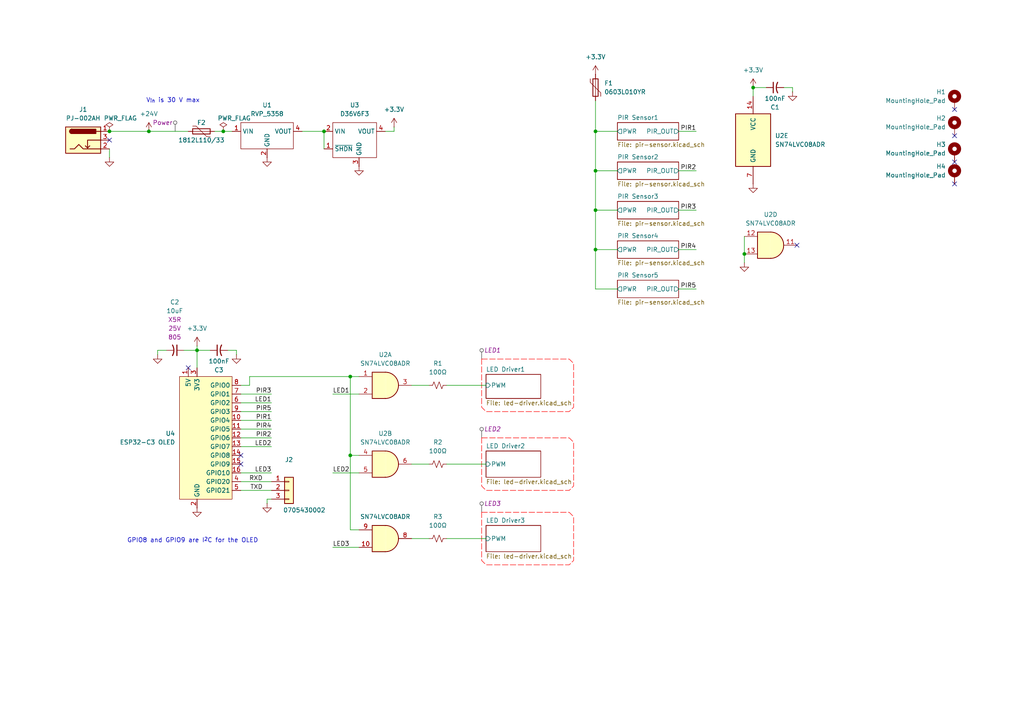
<source format=kicad_sch>
(kicad_sch
	(version 20250114)
	(generator "eeschema")
	(generator_version "9.0")
	(uuid "539bcff6-33eb-4388-b0b8-7341b324bbe7")
	(paper "A4")
	(title_block
		(title "Under-bed Lighting Controller")
		(date "2026-01-23")
		(rev "A")
	)
	(lib_symbols
		(symbol "!Capacitor-0603:100nF_X7R_50V"
			(pin_numbers
				(hide yes)
			)
			(pin_names
				(offset 0.254)
				(hide yes)
			)
			(exclude_from_sim no)
			(in_bom yes)
			(on_board yes)
			(property "Reference" "C"
				(at 2.032 1.778 0)
				(effects
					(font
						(size 1.27 1.27)
					)
					(justify left)
				)
			)
			(property "Value" "100nF"
				(at 2.032 0 0)
				(effects
					(font
						(size 1.27 1.27)
					)
					(justify left)
				)
			)
			(property "Footprint" "Capacitor_SMD:C_0603_1608Metric"
				(at 0 0 0)
				(effects
					(font
						(size 1.27 1.27)
					)
					(hide yes)
				)
			)
			(property "Datasheet" "https://www.lcsc.com/datasheet/lcsc_datasheet_2211101700_YAGEO-CC0603KRX7R9BB104_C14663.pdf"
				(at 0 0 0)
				(effects
					(font
						(size 1.27 1.27)
					)
					(hide yes)
				)
			)
			(property "Description" "100nF 50V X7R ±10%"
				(at 0 0 0)
				(effects
					(font
						(size 1.27 1.27)
					)
					(hide yes)
				)
			)
			(property "Tempco" "X7R"
				(at 2.032 -3.556 0)
				(effects
					(font
						(size 1.27 1.27)
					)
					(justify left)
					(hide yes)
				)
			)
			(property "Voltage" "50V"
				(at 2.032 -1.778 0)
				(effects
					(font
						(size 1.27 1.27)
					)
					(justify left)
				)
			)
			(property "Package" "603"
				(at 2.032 -5.334 0)
				(effects
					(font
						(size 1.27 1.27)
					)
					(justify left)
					(hide yes)
				)
			)
			(property "JLCPCB PN" "C14663"
				(at 0 0 0)
				(effects
					(font
						(size 1.27 1.27)
					)
					(hide yes)
				)
			)
			(property "Tolerance" "±10%"
				(at 0 0 0)
				(effects
					(font
						(size 1.27 1.27)
					)
					(hide yes)
				)
			)
			(property "ki_keywords" "cap capacitor basic"
				(at 0 0 0)
				(effects
					(font
						(size 1.27 1.27)
					)
					(hide yes)
				)
			)
			(property "ki_fp_filters" "C_*"
				(at 0 0 0)
				(effects
					(font
						(size 1.27 1.27)
					)
					(hide yes)
				)
			)
			(symbol "100nF_X7R_50V_0_1"
				(polyline
					(pts
						(xy -1.524 0.508) (xy 1.524 0.508)
					)
					(stroke
						(width 0.3048)
						(type default)
					)
					(fill
						(type none)
					)
				)
				(arc
					(start -1.524 -0.762)
					(mid 0 -0.3734)
					(end 1.524 -0.762)
					(stroke
						(width 0.3048)
						(type default)
					)
					(fill
						(type none)
					)
				)
			)
			(symbol "100nF_X7R_50V_1_1"
				(pin passive line
					(at 0 2.54 270)
					(length 2.032)
					(name "~"
						(effects
							(font
								(size 1.27 1.27)
							)
						)
					)
					(number "1"
						(effects
							(font
								(size 1.27 1.27)
							)
						)
					)
				)
				(pin passive line
					(at 0 -2.54 90)
					(length 2.032)
					(name "~"
						(effects
							(font
								(size 1.27 1.27)
							)
						)
					)
					(number "2"
						(effects
							(font
								(size 1.27 1.27)
							)
						)
					)
				)
			)
			(embedded_fonts no)
		)
		(symbol "!Capacitor-0805:10uF_X5R_25V"
			(pin_numbers
				(hide yes)
			)
			(pin_names
				(offset 0.254)
				(hide yes)
			)
			(exclude_from_sim no)
			(in_bom yes)
			(on_board yes)
			(property "Reference" "C"
				(at 2.032 1.778 0)
				(effects
					(font
						(size 1.27 1.27)
					)
					(justify left)
				)
			)
			(property "Value" "10uF"
				(at 0.254 -2.032 0)
				(effects
					(font
						(size 1.27 1.27)
					)
					(justify left)
				)
			)
			(property "Footprint" "Capacitor_SMD:C_0805_2012Metric"
				(at 0 0 0)
				(effects
					(font
						(size 1.27 1.27)
					)
					(hide yes)
				)
			)
			(property "Datasheet" "https://www.lcsc.com/datasheet/lcsc_datasheet_2304140030_Samsung-Electro-Mechanics-CL21A106KAYNNNE_C15850.pdf"
				(at 0 0 0)
				(effects
					(font
						(size 1.27 1.27)
					)
					(hide yes)
				)
			)
			(property "Description" "10uF 25V X5R ±10%"
				(at 0 0 0)
				(effects
					(font
						(size 1.27 1.27)
					)
					(hide yes)
				)
			)
			(property "Tempco" "X5R"
				(at 2.032 -1.778 0)
				(effects
					(font
						(size 1.27 1.27)
					)
					(justify left)
				)
			)
			(property "Voltage" "25V"
				(at 2.032 0 0)
				(effects
					(font
						(size 1.27 1.27)
					)
					(justify left)
				)
			)
			(property "Package" "805"
				(at 2.032 -3.556 0)
				(effects
					(font
						(size 1.27 1.27)
					)
					(justify left)
				)
			)
			(property "JLCPCB PN" "C15850"
				(at 0 0 0)
				(effects
					(font
						(size 1.27 1.27)
					)
					(hide yes)
				)
			)
			(property "Unnamed: 4" "nan"
				(at 0 0 0)
				(effects
					(font
						(size 1.27 1.27)
					)
					(hide yes)
				)
			)
			(property "Tolerance" "±10%"
				(at 0 0 0)
				(effects
					(font
						(size 1.27 1.27)
					)
					(hide yes)
				)
			)
			(property "ki_keywords" "cap capacitor basic"
				(at 0 0 0)
				(effects
					(font
						(size 1.27 1.27)
					)
					(hide yes)
				)
			)
			(property "ki_fp_filters" "C_*"
				(at 0 0 0)
				(effects
					(font
						(size 1.27 1.27)
					)
					(hide yes)
				)
			)
			(symbol "10uF_X5R_25V_0_1"
				(polyline
					(pts
						(xy -1.524 0.508) (xy 1.524 0.508)
					)
					(stroke
						(width 0.3048)
						(type default)
					)
					(fill
						(type none)
					)
				)
				(arc
					(start -1.524 -0.762)
					(mid 0 -0.3734)
					(end 1.524 -0.762)
					(stroke
						(width 0.3048)
						(type default)
					)
					(fill
						(type none)
					)
				)
			)
			(symbol "10uF_X5R_25V_1_1"
				(pin passive line
					(at 0 2.54 270)
					(length 2.032)
					(name "~"
						(effects
							(font
								(size 1.27 1.27)
							)
						)
					)
					(number "1"
						(effects
							(font
								(size 1.27 1.27)
							)
						)
					)
				)
				(pin passive line
					(at 0 -2.54 90)
					(length 2.032)
					(name "~"
						(effects
							(font
								(size 1.27 1.27)
							)
						)
					)
					(number "2"
						(effects
							(font
								(size 1.27 1.27)
							)
						)
					)
				)
			)
			(embedded_fonts no)
		)
		(symbol "!Circuit Protection-Resettable Fuse:0603L010YR"
			(pin_numbers
				(hide yes)
			)
			(pin_names
				(offset 0)
			)
			(exclude_from_sim no)
			(in_bom yes)
			(on_board yes)
			(property "Reference" "F"
				(at -2.54 0 90)
				(effects
					(font
						(size 1.27 1.27)
					)
				)
			)
			(property "Value" "0603L010YR"
				(at 2.54 0 90)
				(effects
					(font
						(size 1.27 1.27)
					)
				)
			)
			(property "Footprint" "Fuse:Fuse_0603_1608Metric"
				(at 1.27 -5.08 0)
				(effects
					(font
						(size 1.27 1.27)
					)
					(justify left)
					(hide yes)
				)
			)
			(property "Datasheet" "https://www.littelfuse.com/assetdocs/resettable-ptcs-0603l-datasheet?assetguid=879563f9-97a7-4e71-adba-37de085b333f"
				(at 0 0 0)
				(effects
					(font
						(size 1.27 1.27)
					)
					(hide yes)
				)
			)
			(property "Description" "Polymeric PTC Resettable Fuse 15V 100 mA Ih Surface Mount 0603 (1608 Metric), Concave"
				(at 0 0 0)
				(effects
					(font
						(size 1.27 1.27)
					)
					(hide yes)
				)
			)
			(property "JLCPCB PN" "C3015223"
				(at 0 0 0)
				(effects
					(font
						(size 1.27 1.27)
					)
					(hide yes)
				)
			)
			(property "DigiKey" "F2900CT-ND"
				(at 0 0 0)
				(effects
					(font
						(size 1.27 1.27)
					)
					(hide yes)
				)
			)
			(property "ki_keywords" "resettable fuse PTC PPTC polyfuse polyswitch"
				(at 0 0 0)
				(effects
					(font
						(size 1.27 1.27)
					)
					(hide yes)
				)
			)
			(property "ki_fp_filters" "Fuse:Fuse_*"
				(at 0 0 0)
				(effects
					(font
						(size 1.27 1.27)
					)
					(hide yes)
				)
			)
			(symbol "0603L010YR_0_1"
				(polyline
					(pts
						(xy -1.524 2.54) (xy -1.524 1.524) (xy 1.524 -1.524) (xy 1.524 -2.54)
					)
					(stroke
						(width 0)
						(type default)
					)
					(fill
						(type none)
					)
				)
				(rectangle
					(start -0.762 2.54)
					(end 0.762 -2.54)
					(stroke
						(width 0.254)
						(type default)
					)
					(fill
						(type none)
					)
				)
				(polyline
					(pts
						(xy 0 2.54) (xy 0 -2.54)
					)
					(stroke
						(width 0)
						(type default)
					)
					(fill
						(type none)
					)
				)
			)
			(symbol "0603L010YR_1_1"
				(pin passive line
					(at 0 3.81 270)
					(length 1.27)
					(name "~"
						(effects
							(font
								(size 1.27 1.27)
							)
						)
					)
					(number "1"
						(effects
							(font
								(size 1.27 1.27)
							)
						)
					)
				)
				(pin passive line
					(at 0 -3.81 90)
					(length 1.27)
					(name "~"
						(effects
							(font
								(size 1.27 1.27)
							)
						)
					)
					(number "2"
						(effects
							(font
								(size 1.27 1.27)
							)
						)
					)
				)
			)
			(embedded_fonts no)
		)
		(symbol "!Circuit Protection-Resettable Fuse:1812L110/33"
			(pin_numbers
				(hide yes)
			)
			(pin_names
				(offset 0)
			)
			(exclude_from_sim no)
			(in_bom yes)
			(on_board yes)
			(property "Reference" "F"
				(at -2.54 0 90)
				(effects
					(font
						(size 1.27 1.27)
					)
				)
			)
			(property "Value" "1812L110/33"
				(at 2.54 0 90)
				(effects
					(font
						(size 1.27 1.27)
					)
				)
			)
			(property "Footprint" "Fuse:Fuse_1812_4532Metric"
				(at 1.27 -5.08 0)
				(effects
					(font
						(size 1.27 1.27)
					)
					(justify left)
					(hide yes)
				)
			)
			(property "Datasheet" "https://www.littelfuse.com/assetdocs/resettable-ptcs-1812l-datasheet?assetguid=ca5c80cb-504e-4a8a-8e74-0107520a1717"
				(at 0 0 0)
				(effects
					(font
						(size 1.27 1.27)
					)
					(hide yes)
				)
			)
			(property "Description" "Polymeric PTC Resettable Fuse 33V 1.1 A Ih Surface Mount 1812 (4532 Metric), Concave"
				(at 0 0 0)
				(effects
					(font
						(size 1.27 1.27)
					)
					(hide yes)
				)
			)
			(property "JLCPCB PN" "C142747"
				(at 0 0 0)
				(effects
					(font
						(size 1.27 1.27)
					)
					(hide yes)
				)
			)
			(property "DigiKey" "F3486CT-ND"
				(at 0 0 0)
				(effects
					(font
						(size 1.27 1.27)
					)
					(hide yes)
				)
			)
			(property "ki_keywords" "resettable fuse PTC PPTC polyfuse polyswitch"
				(at 0 0 0)
				(effects
					(font
						(size 1.27 1.27)
					)
					(hide yes)
				)
			)
			(property "ki_fp_filters" "Fuse:Fuse_*"
				(at 0 0 0)
				(effects
					(font
						(size 1.27 1.27)
					)
					(hide yes)
				)
			)
			(symbol "1812L110/33_0_1"
				(polyline
					(pts
						(xy -1.524 2.54) (xy -1.524 1.524) (xy 1.524 -1.524) (xy 1.524 -2.54)
					)
					(stroke
						(width 0)
						(type default)
					)
					(fill
						(type none)
					)
				)
				(rectangle
					(start -0.762 2.54)
					(end 0.762 -2.54)
					(stroke
						(width 0.254)
						(type default)
					)
					(fill
						(type none)
					)
				)
				(polyline
					(pts
						(xy 0 2.54) (xy 0 -2.54)
					)
					(stroke
						(width 0)
						(type default)
					)
					(fill
						(type none)
					)
				)
			)
			(symbol "1812L110/33_1_1"
				(pin passive line
					(at 0 3.81 270)
					(length 1.27)
					(name "~"
						(effects
							(font
								(size 1.27 1.27)
							)
						)
					)
					(number "1"
						(effects
							(font
								(size 1.27 1.27)
							)
						)
					)
				)
				(pin passive line
					(at 0 -3.81 90)
					(length 1.27)
					(name "~"
						(effects
							(font
								(size 1.27 1.27)
							)
						)
					)
					(number "2"
						(effects
							(font
								(size 1.27 1.27)
							)
						)
					)
				)
			)
			(embedded_fonts no)
		)
		(symbol "!Connector-Power:PJ-002AH"
			(pin_names
				(hide yes)
			)
			(exclude_from_sim no)
			(in_bom yes)
			(on_board yes)
			(property "Reference" "J"
				(at 0 5.334 0)
				(effects
					(font
						(size 1.27 1.27)
					)
				)
			)
			(property "Value" "PJ-002AH"
				(at 0 -5.08 0)
				(effects
					(font
						(size 1.27 1.27)
					)
				)
			)
			(property "Footprint" "Connector_BarrelJack:BarrelJack_Horizontal"
				(at 1.27 -1.016 0)
				(effects
					(font
						(size 1.27 1.27)
					)
					(hide yes)
				)
			)
			(property "Datasheet" "https://jlcpcb.com/api/file/downloadByFileSystemAccessId/8588954949404774400"
				(at 1.27 -1.016 0)
				(effects
					(font
						(size 1.27 1.27)
					)
					(hide yes)
				)
			)
			(property "Description" "DC Barrel Jack with an internal switch"
				(at 0 0 0)
				(effects
					(font
						(size 1.27 1.27)
					)
					(hide yes)
				)
			)
			(property "JLCPCB PN" "C2961147"
				(at 0 0 0)
				(effects
					(font
						(size 1.27 1.27)
					)
					(hide yes)
				)
			)
			(property "DigiKey" "CP-002AH-ND"
				(at 0 0 0)
				(effects
					(font
						(size 1.27 1.27)
					)
					(hide yes)
				)
			)
			(property "FT Rotation Offset" "180"
				(at 0 0 0)
				(effects
					(font
						(size 1.27 1.27)
					)
					(hide yes)
				)
			)
			(property "ki_keywords" "DC power barrel jack connector"
				(at 0 0 0)
				(effects
					(font
						(size 1.27 1.27)
					)
					(hide yes)
				)
			)
			(property "ki_fp_filters" "BarrelJack*"
				(at 0 0 0)
				(effects
					(font
						(size 1.27 1.27)
					)
					(hide yes)
				)
			)
			(symbol "PJ-002AH_0_1"
				(rectangle
					(start -5.08 3.81)
					(end 5.08 -3.81)
					(stroke
						(width 0.254)
						(type default)
					)
					(fill
						(type background)
					)
				)
				(polyline
					(pts
						(xy -3.81 -2.54) (xy -2.54 -2.54) (xy -1.27 -1.27) (xy 0 -2.54) (xy 2.54 -2.54) (xy 5.08 -2.54)
					)
					(stroke
						(width 0.254)
						(type default)
					)
					(fill
						(type none)
					)
				)
				(arc
					(start -3.302 1.905)
					(mid -3.9343 2.54)
					(end -3.302 3.175)
					(stroke
						(width 0.254)
						(type default)
					)
					(fill
						(type none)
					)
				)
				(arc
					(start -3.302 1.905)
					(mid -3.9343 2.54)
					(end -3.302 3.175)
					(stroke
						(width 0.254)
						(type default)
					)
					(fill
						(type outline)
					)
				)
				(polyline
					(pts
						(xy 1.27 -2.286) (xy 1.905 -1.651)
					)
					(stroke
						(width 0.254)
						(type default)
					)
					(fill
						(type none)
					)
				)
				(rectangle
					(start 3.683 3.175)
					(end -3.302 1.905)
					(stroke
						(width 0.254)
						(type default)
					)
					(fill
						(type outline)
					)
				)
				(polyline
					(pts
						(xy 5.08 2.54) (xy 3.81 2.54)
					)
					(stroke
						(width 0.254)
						(type default)
					)
					(fill
						(type none)
					)
				)
				(polyline
					(pts
						(xy 5.08 0) (xy 1.27 0) (xy 1.27 -2.286) (xy 0.635 -1.651)
					)
					(stroke
						(width 0.254)
						(type default)
					)
					(fill
						(type none)
					)
				)
			)
			(symbol "PJ-002AH_1_1"
				(pin passive line
					(at 7.62 2.54 180)
					(length 2.54)
					(name "~"
						(effects
							(font
								(size 1.27 1.27)
							)
						)
					)
					(number "1"
						(effects
							(font
								(size 1.27 1.27)
							)
						)
					)
				)
				(pin passive line
					(at 7.62 0 180)
					(length 2.54)
					(name "~"
						(effects
							(font
								(size 1.27 1.27)
							)
						)
					)
					(number "3"
						(effects
							(font
								(size 1.27 1.27)
							)
						)
					)
				)
				(pin passive line
					(at 7.62 -2.54 180)
					(length 2.54)
					(name "~"
						(effects
							(font
								(size 1.27 1.27)
							)
						)
					)
					(number "2"
						(effects
							(font
								(size 1.27 1.27)
							)
						)
					)
				)
			)
			(embedded_fonts no)
		)
		(symbol "!Connectors-Header:PZ254V-11-03P"
			(pin_names
				(offset 1.016)
				(hide yes)
			)
			(exclude_from_sim no)
			(in_bom yes)
			(on_board yes)
			(property "Reference" "J"
				(at 0 5.08 0)
				(effects
					(font
						(size 1.27 1.27)
					)
				)
			)
			(property "Value" "PZ254V-11-03P"
				(at 0 -5.08 0)
				(effects
					(font
						(size 1.27 1.27)
					)
				)
			)
			(property "Footprint" "Connector_PinHeader_2.54mm:PinHeader_1x03_P2.54mm_Vertical"
				(at 0 0 0)
				(effects
					(font
						(size 1.27 1.27)
					)
					(hide yes)
				)
			)
			(property "Datasheet" "https://jlcpcb.com/api/file/downloadByFileSystemAccessId/8588954567287443456"
				(at 0 0 0)
				(effects
					(font
						(size 1.27 1.27)
					)
					(hide yes)
				)
			)
			(property "Description" "Connector Header Through Hole 3 position 0.100\" (2.54mm)"
				(at 0 0 0)
				(effects
					(font
						(size 1.27 1.27)
					)
					(hide yes)
				)
			)
			(property "JLCPCB PN" "C2937625"
				(at 0 0 0)
				(effects
					(font
						(size 1.27 1.27)
					)
					(hide yes)
				)
			)
			(property "ki_keywords" "connector"
				(at 0 0 0)
				(effects
					(font
						(size 1.27 1.27)
					)
					(hide yes)
				)
			)
			(property "ki_fp_filters" "Connector*:*_1x??_*"
				(at 0 0 0)
				(effects
					(font
						(size 1.27 1.27)
					)
					(hide yes)
				)
			)
			(symbol "PZ254V-11-03P_1_1"
				(rectangle
					(start -1.27 3.81)
					(end 1.27 -3.81)
					(stroke
						(width 0.254)
						(type default)
					)
					(fill
						(type background)
					)
				)
				(rectangle
					(start -1.27 2.667)
					(end 0 2.413)
					(stroke
						(width 0.1524)
						(type default)
					)
					(fill
						(type none)
					)
				)
				(rectangle
					(start -1.27 0.127)
					(end 0 -0.127)
					(stroke
						(width 0.1524)
						(type default)
					)
					(fill
						(type none)
					)
				)
				(rectangle
					(start -1.27 -2.413)
					(end 0 -2.667)
					(stroke
						(width 0.1524)
						(type default)
					)
					(fill
						(type none)
					)
				)
				(pin passive line
					(at -5.08 2.54 0)
					(length 3.81)
					(name "Pin_1"
						(effects
							(font
								(size 1.27 1.27)
							)
						)
					)
					(number "1"
						(effects
							(font
								(size 1.27 1.27)
							)
						)
					)
				)
				(pin passive line
					(at -5.08 0 0)
					(length 3.81)
					(name "Pin_2"
						(effects
							(font
								(size 1.27 1.27)
							)
						)
					)
					(number "2"
						(effects
							(font
								(size 1.27 1.27)
							)
						)
					)
				)
				(pin passive line
					(at -5.08 -2.54 0)
					(length 3.81)
					(name "Pin_3"
						(effects
							(font
								(size 1.27 1.27)
							)
						)
					)
					(number "3"
						(effects
							(font
								(size 1.27 1.27)
							)
						)
					)
				)
			)
			(embedded_fonts no)
		)
		(symbol "!Logic-Buffer:74LVC08ADB"
			(pin_names
				(offset 1.016)
			)
			(exclude_from_sim no)
			(in_bom yes)
			(on_board yes)
			(property "Reference" "U"
				(at 0 0 0)
				(effects
					(font
						(size 1.27 1.27)
					)
				)
			)
			(property "Value" "SN74LVC08ADR"
				(at 0 -4.445 0)
				(effects
					(font
						(size 1.27 1.27)
					)
					(justify top)
				)
			)
			(property "Footprint" "Package_SO:SOIC-14_3.9x8.7mm_P1.27mm"
				(at 0 0 0)
				(effects
					(font
						(size 1.27 1.27)
					)
					(hide yes)
				)
			)
			(property "Datasheet" "https://www.ti.com/lit/ds/symlink/sn74lvc08a.pdf"
				(at 0 0 0)
				(effects
					(font
						(size 1.27 1.27)
					)
					(hide yes)
				)
			)
			(property "Description" "AND Gate IC 4 Channel 14-SOIC"
				(at 0 0 0)
				(effects
					(font
						(size 1.27 1.27)
					)
					(hide yes)
				)
			)
			(property "JLCPCB PN" "C468253"
				(at 0 0 0)
				(effects
					(font
						(size 1.27 1.27)
					)
					(hide yes)
				)
			)
			(property "DigiKey" "296-1697-1-ND"
				(at 0 0 0)
				(effects
					(font
						(size 1.27 1.27)
					)
					(hide yes)
				)
			)
			(property "ki_locked" ""
				(at 0 0 0)
				(effects
					(font
						(size 1.27 1.27)
					)
				)
			)
			(property "ki_keywords" "TTL and2"
				(at 0 0 0)
				(effects
					(font
						(size 1.27 1.27)
					)
					(hide yes)
				)
			)
			(property "ki_fp_filters" "SOIC*"
				(at 0 0 0)
				(effects
					(font
						(size 1.27 1.27)
					)
					(hide yes)
				)
			)
			(symbol "74LVC08ADB_1_1"
				(arc
					(start 0 3.81)
					(mid 3.7934 0)
					(end 0 -3.81)
					(stroke
						(width 0.254)
						(type default)
					)
					(fill
						(type background)
					)
				)
				(polyline
					(pts
						(xy 0 3.81) (xy -3.81 3.81) (xy -3.81 -3.81) (xy 0 -3.81)
					)
					(stroke
						(width 0.254)
						(type default)
					)
					(fill
						(type background)
					)
				)
				(pin input line
					(at -7.62 2.54 0)
					(length 3.81)
					(name "~"
						(effects
							(font
								(size 1.27 1.27)
							)
						)
					)
					(number "1"
						(effects
							(font
								(size 1.27 1.27)
							)
						)
					)
				)
				(pin input line
					(at -7.62 -2.54 0)
					(length 3.81)
					(name "~"
						(effects
							(font
								(size 1.27 1.27)
							)
						)
					)
					(number "2"
						(effects
							(font
								(size 1.27 1.27)
							)
						)
					)
				)
				(pin output line
					(at 7.62 0 180)
					(length 3.81)
					(name "~"
						(effects
							(font
								(size 1.27 1.27)
							)
						)
					)
					(number "3"
						(effects
							(font
								(size 1.27 1.27)
							)
						)
					)
				)
			)
			(symbol "74LVC08ADB_1_2"
				(arc
					(start -3.81 3.81)
					(mid -2.589 0)
					(end -3.81 -3.81)
					(stroke
						(width 0.254)
						(type default)
					)
					(fill
						(type none)
					)
				)
				(polyline
					(pts
						(xy -3.81 3.81) (xy -0.635 3.81)
					)
					(stroke
						(width 0.254)
						(type default)
					)
					(fill
						(type background)
					)
				)
				(polyline
					(pts
						(xy -3.81 -3.81) (xy -0.635 -3.81)
					)
					(stroke
						(width 0.254)
						(type default)
					)
					(fill
						(type background)
					)
				)
				(arc
					(start 3.81 0)
					(mid 2.1855 -2.584)
					(end -0.6096 -3.81)
					(stroke
						(width 0.254)
						(type default)
					)
					(fill
						(type background)
					)
				)
				(arc
					(start -0.6096 3.81)
					(mid 2.1928 2.5924)
					(end 3.81 0)
					(stroke
						(width 0.254)
						(type default)
					)
					(fill
						(type background)
					)
				)
				(polyline
					(pts
						(xy -0.635 3.81) (xy -3.81 3.81) (xy -3.81 3.81) (xy -3.556 3.4036) (xy -3.0226 2.2606) (xy -2.6924 1.0414)
						(xy -2.6162 -0.254) (xy -2.7686 -1.4986) (xy -3.175 -2.7178) (xy -3.81 -3.81) (xy -3.81 -3.81)
						(xy -0.635 -3.81)
					)
					(stroke
						(width -25.4)
						(type default)
					)
					(fill
						(type background)
					)
				)
				(pin input inverted
					(at -7.62 2.54 0)
					(length 4.318)
					(name "~"
						(effects
							(font
								(size 1.27 1.27)
							)
						)
					)
					(number "1"
						(effects
							(font
								(size 1.27 1.27)
							)
						)
					)
				)
				(pin input inverted
					(at -7.62 -2.54 0)
					(length 4.318)
					(name "~"
						(effects
							(font
								(size 1.27 1.27)
							)
						)
					)
					(number "2"
						(effects
							(font
								(size 1.27 1.27)
							)
						)
					)
				)
				(pin output inverted
					(at 7.62 0 180)
					(length 3.81)
					(name "~"
						(effects
							(font
								(size 1.27 1.27)
							)
						)
					)
					(number "3"
						(effects
							(font
								(size 1.27 1.27)
							)
						)
					)
				)
			)
			(symbol "74LVC08ADB_2_1"
				(arc
					(start 0 3.81)
					(mid 3.7934 0)
					(end 0 -3.81)
					(stroke
						(width 0.254)
						(type default)
					)
					(fill
						(type background)
					)
				)
				(polyline
					(pts
						(xy 0 3.81) (xy -3.81 3.81) (xy -3.81 -3.81) (xy 0 -3.81)
					)
					(stroke
						(width 0.254)
						(type default)
					)
					(fill
						(type background)
					)
				)
				(pin input line
					(at -7.62 2.54 0)
					(length 3.81)
					(name "~"
						(effects
							(font
								(size 1.27 1.27)
							)
						)
					)
					(number "4"
						(effects
							(font
								(size 1.27 1.27)
							)
						)
					)
				)
				(pin input line
					(at -7.62 -2.54 0)
					(length 3.81)
					(name "~"
						(effects
							(font
								(size 1.27 1.27)
							)
						)
					)
					(number "5"
						(effects
							(font
								(size 1.27 1.27)
							)
						)
					)
				)
				(pin output line
					(at 7.62 0 180)
					(length 3.81)
					(name "~"
						(effects
							(font
								(size 1.27 1.27)
							)
						)
					)
					(number "6"
						(effects
							(font
								(size 1.27 1.27)
							)
						)
					)
				)
			)
			(symbol "74LVC08ADB_2_2"
				(arc
					(start -3.81 3.81)
					(mid -2.589 0)
					(end -3.81 -3.81)
					(stroke
						(width 0.254)
						(type default)
					)
					(fill
						(type none)
					)
				)
				(polyline
					(pts
						(xy -3.81 3.81) (xy -0.635 3.81)
					)
					(stroke
						(width 0.254)
						(type default)
					)
					(fill
						(type background)
					)
				)
				(polyline
					(pts
						(xy -3.81 -3.81) (xy -0.635 -3.81)
					)
					(stroke
						(width 0.254)
						(type default)
					)
					(fill
						(type background)
					)
				)
				(arc
					(start 3.81 0)
					(mid 2.1855 -2.584)
					(end -0.6096 -3.81)
					(stroke
						(width 0.254)
						(type default)
					)
					(fill
						(type background)
					)
				)
				(arc
					(start -0.6096 3.81)
					(mid 2.1928 2.5924)
					(end 3.81 0)
					(stroke
						(width 0.254)
						(type default)
					)
					(fill
						(type background)
					)
				)
				(polyline
					(pts
						(xy -0.635 3.81) (xy -3.81 3.81) (xy -3.81 3.81) (xy -3.556 3.4036) (xy -3.0226 2.2606) (xy -2.6924 1.0414)
						(xy -2.6162 -0.254) (xy -2.7686 -1.4986) (xy -3.175 -2.7178) (xy -3.81 -3.81) (xy -3.81 -3.81)
						(xy -0.635 -3.81)
					)
					(stroke
						(width -25.4)
						(type default)
					)
					(fill
						(type background)
					)
				)
				(pin input inverted
					(at -7.62 2.54 0)
					(length 4.318)
					(name "~"
						(effects
							(font
								(size 1.27 1.27)
							)
						)
					)
					(number "4"
						(effects
							(font
								(size 1.27 1.27)
							)
						)
					)
				)
				(pin input inverted
					(at -7.62 -2.54 0)
					(length 4.318)
					(name "~"
						(effects
							(font
								(size 1.27 1.27)
							)
						)
					)
					(number "5"
						(effects
							(font
								(size 1.27 1.27)
							)
						)
					)
				)
				(pin output inverted
					(at 7.62 0 180)
					(length 3.81)
					(name "~"
						(effects
							(font
								(size 1.27 1.27)
							)
						)
					)
					(number "6"
						(effects
							(font
								(size 1.27 1.27)
							)
						)
					)
				)
			)
			(symbol "74LVC08ADB_3_1"
				(arc
					(start 0 3.81)
					(mid 3.7934 0)
					(end 0 -3.81)
					(stroke
						(width 0.254)
						(type default)
					)
					(fill
						(type background)
					)
				)
				(polyline
					(pts
						(xy 0 3.81) (xy -3.81 3.81) (xy -3.81 -3.81) (xy 0 -3.81)
					)
					(stroke
						(width 0.254)
						(type default)
					)
					(fill
						(type background)
					)
				)
				(pin input line
					(at -7.62 2.54 0)
					(length 3.81)
					(name "~"
						(effects
							(font
								(size 1.27 1.27)
							)
						)
					)
					(number "9"
						(effects
							(font
								(size 1.27 1.27)
							)
						)
					)
				)
				(pin input line
					(at -7.62 -2.54 0)
					(length 3.81)
					(name "~"
						(effects
							(font
								(size 1.27 1.27)
							)
						)
					)
					(number "10"
						(effects
							(font
								(size 1.27 1.27)
							)
						)
					)
				)
				(pin output line
					(at 7.62 0 180)
					(length 3.81)
					(name "~"
						(effects
							(font
								(size 1.27 1.27)
							)
						)
					)
					(number "8"
						(effects
							(font
								(size 1.27 1.27)
							)
						)
					)
				)
			)
			(symbol "74LVC08ADB_3_2"
				(arc
					(start -3.81 3.81)
					(mid -2.589 0)
					(end -3.81 -3.81)
					(stroke
						(width 0.254)
						(type default)
					)
					(fill
						(type none)
					)
				)
				(polyline
					(pts
						(xy -3.81 3.81) (xy -0.635 3.81)
					)
					(stroke
						(width 0.254)
						(type default)
					)
					(fill
						(type background)
					)
				)
				(polyline
					(pts
						(xy -3.81 -3.81) (xy -0.635 -3.81)
					)
					(stroke
						(width 0.254)
						(type default)
					)
					(fill
						(type background)
					)
				)
				(arc
					(start 3.81 0)
					(mid 2.1855 -2.584)
					(end -0.6096 -3.81)
					(stroke
						(width 0.254)
						(type default)
					)
					(fill
						(type background)
					)
				)
				(arc
					(start -0.6096 3.81)
					(mid 2.1928 2.5924)
					(end 3.81 0)
					(stroke
						(width 0.254)
						(type default)
					)
					(fill
						(type background)
					)
				)
				(polyline
					(pts
						(xy -0.635 3.81) (xy -3.81 3.81) (xy -3.81 3.81) (xy -3.556 3.4036) (xy -3.0226 2.2606) (xy -2.6924 1.0414)
						(xy -2.6162 -0.254) (xy -2.7686 -1.4986) (xy -3.175 -2.7178) (xy -3.81 -3.81) (xy -3.81 -3.81)
						(xy -0.635 -3.81)
					)
					(stroke
						(width -25.4)
						(type default)
					)
					(fill
						(type background)
					)
				)
				(pin input inverted
					(at -7.62 2.54 0)
					(length 4.318)
					(name "~"
						(effects
							(font
								(size 1.27 1.27)
							)
						)
					)
					(number "9"
						(effects
							(font
								(size 1.27 1.27)
							)
						)
					)
				)
				(pin input inverted
					(at -7.62 -2.54 0)
					(length 4.318)
					(name "~"
						(effects
							(font
								(size 1.27 1.27)
							)
						)
					)
					(number "10"
						(effects
							(font
								(size 1.27 1.27)
							)
						)
					)
				)
				(pin output inverted
					(at 7.62 0 180)
					(length 3.81)
					(name "~"
						(effects
							(font
								(size 1.27 1.27)
							)
						)
					)
					(number "8"
						(effects
							(font
								(size 1.27 1.27)
							)
						)
					)
				)
			)
			(symbol "74LVC08ADB_4_1"
				(arc
					(start 0 3.81)
					(mid 3.7934 0)
					(end 0 -3.81)
					(stroke
						(width 0.254)
						(type default)
					)
					(fill
						(type background)
					)
				)
				(polyline
					(pts
						(xy 0 3.81) (xy -3.81 3.81) (xy -3.81 -3.81) (xy 0 -3.81)
					)
					(stroke
						(width 0.254)
						(type default)
					)
					(fill
						(type background)
					)
				)
				(pin input line
					(at -7.62 2.54 0)
					(length 3.81)
					(name "~"
						(effects
							(font
								(size 1.27 1.27)
							)
						)
					)
					(number "12"
						(effects
							(font
								(size 1.27 1.27)
							)
						)
					)
				)
				(pin input line
					(at -7.62 -2.54 0)
					(length 3.81)
					(name "~"
						(effects
							(font
								(size 1.27 1.27)
							)
						)
					)
					(number "13"
						(effects
							(font
								(size 1.27 1.27)
							)
						)
					)
				)
				(pin output line
					(at 7.62 0 180)
					(length 3.81)
					(name "~"
						(effects
							(font
								(size 1.27 1.27)
							)
						)
					)
					(number "11"
						(effects
							(font
								(size 1.27 1.27)
							)
						)
					)
				)
			)
			(symbol "74LVC08ADB_4_2"
				(arc
					(start -3.81 3.81)
					(mid -2.589 0)
					(end -3.81 -3.81)
					(stroke
						(width 0.254)
						(type default)
					)
					(fill
						(type none)
					)
				)
				(polyline
					(pts
						(xy -3.81 3.81) (xy -0.635 3.81)
					)
					(stroke
						(width 0.254)
						(type default)
					)
					(fill
						(type background)
					)
				)
				(polyline
					(pts
						(xy -3.81 -3.81) (xy -0.635 -3.81)
					)
					(stroke
						(width 0.254)
						(type default)
					)
					(fill
						(type background)
					)
				)
				(arc
					(start 3.81 0)
					(mid 2.1855 -2.584)
					(end -0.6096 -3.81)
					(stroke
						(width 0.254)
						(type default)
					)
					(fill
						(type background)
					)
				)
				(arc
					(start -0.6096 3.81)
					(mid 2.1928 2.5924)
					(end 3.81 0)
					(stroke
						(width 0.254)
						(type default)
					)
					(fill
						(type background)
					)
				)
				(polyline
					(pts
						(xy -0.635 3.81) (xy -3.81 3.81) (xy -3.81 3.81) (xy -3.556 3.4036) (xy -3.0226 2.2606) (xy -2.6924 1.0414)
						(xy -2.6162 -0.254) (xy -2.7686 -1.4986) (xy -3.175 -2.7178) (xy -3.81 -3.81) (xy -3.81 -3.81)
						(xy -0.635 -3.81)
					)
					(stroke
						(width -25.4)
						(type default)
					)
					(fill
						(type background)
					)
				)
				(pin input inverted
					(at -7.62 2.54 0)
					(length 4.318)
					(name "~"
						(effects
							(font
								(size 1.27 1.27)
							)
						)
					)
					(number "12"
						(effects
							(font
								(size 1.27 1.27)
							)
						)
					)
				)
				(pin input inverted
					(at -7.62 -2.54 0)
					(length 4.318)
					(name "~"
						(effects
							(font
								(size 1.27 1.27)
							)
						)
					)
					(number "13"
						(effects
							(font
								(size 1.27 1.27)
							)
						)
					)
				)
				(pin output inverted
					(at 7.62 0 180)
					(length 3.81)
					(name "~"
						(effects
							(font
								(size 1.27 1.27)
							)
						)
					)
					(number "11"
						(effects
							(font
								(size 1.27 1.27)
							)
						)
					)
				)
			)
			(symbol "74LVC08ADB_5_0"
				(pin power_in line
					(at 0 12.7 270)
					(length 5.08)
					(name "VCC"
						(effects
							(font
								(size 1.27 1.27)
							)
						)
					)
					(number "14"
						(effects
							(font
								(size 1.27 1.27)
							)
						)
					)
				)
				(pin power_in line
					(at 0 -12.7 90)
					(length 5.08)
					(name "GND"
						(effects
							(font
								(size 1.27 1.27)
							)
						)
					)
					(number "7"
						(effects
							(font
								(size 1.27 1.27)
							)
						)
					)
				)
			)
			(symbol "74LVC08ADB_5_1"
				(rectangle
					(start -5.08 7.62)
					(end 5.08 -7.62)
					(stroke
						(width 0.254)
						(type default)
					)
					(fill
						(type background)
					)
				)
			)
			(embedded_fonts no)
		)
		(symbol "!Pololu:D36V6F3"
			(exclude_from_sim no)
			(in_bom yes)
			(on_board yes)
			(property "Reference" "U"
				(at 2.54 15.875 0)
				(effects
					(font
						(size 1.27 1.27)
					)
					(justify left)
				)
			)
			(property "Value" "D36V6F3"
				(at 2.54 13.97 0)
				(effects
					(font
						(size 1.27 1.27)
					)
					(justify left)
				)
			)
			(property "Footprint" "!Pololu:D36V6x"
				(at 0 0 0)
				(effects
					(font
						(size 1.27 1.27)
					)
					(hide yes)
				)
			)
			(property "Datasheet" "https://www.pololu.com/category/247/d36v6x-step-down-voltage-regulators"
				(at 0 0 0)
				(effects
					(font
						(size 1.27 1.27)
					)
					(hide yes)
				)
			)
			(property "Description" "3.3V, 600mA Step-Down Voltage Regulator"
				(at 0 0 0)
				(effects
					(font
						(size 1.27 1.27)
					)
					(hide yes)
				)
			)
			(property "DigiKey" "2183-3791-ND"
				(at 0 0 0)
				(effects
					(font
						(size 1.27 1.27)
					)
					(hide yes)
				)
			)
			(property "Pololu" "3791"
				(at 0 0 0)
				(effects
					(font
						(size 1.27 1.27)
					)
					(hide yes)
				)
			)
			(symbol "D36V6F3_0_0"
				(pin power_in line
					(at 0 10.16 0)
					(length 2.54)
					(name "VIN"
						(effects
							(font
								(size 1.27 1.27)
							)
						)
					)
					(number "2"
						(effects
							(font
								(size 1.27 1.27)
							)
						)
					)
				)
				(pin power_in line
					(at 10.16 0 90)
					(length 2.54)
					(name "GND"
						(effects
							(font
								(size 1.27 1.27)
							)
						)
					)
					(number "3"
						(effects
							(font
								(size 1.27 1.27)
							)
						)
					)
				)
				(pin power_out line
					(at 17.78 10.16 180)
					(length 2.54)
					(name "VOUT"
						(effects
							(font
								(size 1.27 1.27)
							)
						)
					)
					(number "4"
						(effects
							(font
								(size 1.27 1.27)
							)
						)
					)
				)
			)
			(symbol "D36V6F3_0_1"
				(rectangle
					(start 2.54 12.7)
					(end 15.24 2.54)
					(stroke
						(width 0)
						(type default)
					)
					(fill
						(type none)
					)
				)
			)
			(symbol "D36V6F3_1_0"
				(pin passive line
					(at 0 5.08 0)
					(length 2.54)
					(name "~{SHDN}"
						(effects
							(font
								(size 1.27 1.27)
							)
						)
					)
					(number "1"
						(effects
							(font
								(size 1.27 1.27)
							)
						)
					)
				)
			)
			(embedded_fonts no)
		)
		(symbol "!Pololu:RVP_5358"
			(exclude_from_sim no)
			(in_bom yes)
			(on_board yes)
			(property "Reference" "U"
				(at 0 8.255 0)
				(effects
					(font
						(size 1.27 1.27)
					)
				)
			)
			(property "Value" "RVP_5358"
				(at 0 6.35 0)
				(effects
					(font
						(size 1.27 1.27)
					)
				)
			)
			(property "Footprint" "!Pololu:RVP_5358"
				(at 3.175 -12.065 0)
				(effects
					(font
						(size 1.27 1.27)
					)
					(justify left)
					(hide yes)
				)
			)
			(property "Datasheet" "https://www.pololu.com/product/5358/resources"
				(at 3.175 -8.255 0)
				(effects
					(font
						(size 1.27 1.27)
					)
					(justify left)
					(hide yes)
				)
			)
			(property "Description" "Reverse Voltage Protector, 4-75V, 8A"
				(at 3.175 -6.35 0)
				(effects
					(font
						(size 1.27 1.27)
					)
					(justify left)
					(hide yes)
				)
			)
			(property "Pololu" "5358"
				(at 3.175 -10.16 0)
				(effects
					(font
						(size 1.27 1.27)
					)
					(justify left)
					(hide yes)
				)
			)
			(symbol "RVP_5358_0_0"
				(pin power_in line
					(at -10.16 2.54 0)
					(length 2.54)
					(name "VIN"
						(effects
							(font
								(size 1.27 1.27)
							)
						)
					)
					(number "1"
						(effects
							(font
								(size 1.27 1.27)
							)
						)
					)
				)
				(pin power_in line
					(at 0 -5.08 90)
					(length 2.54)
					(name "GND"
						(effects
							(font
								(size 1.27 1.27)
							)
						)
					)
					(number "2"
						(effects
							(font
								(size 1.27 1.27)
							)
						)
					)
				)
				(pin power_out line
					(at 0 -5.08 90)
					(length 2.54)
					(hide yes)
					(name "GND"
						(effects
							(font
								(size 1.27 1.27)
							)
						)
					)
					(number "3"
						(effects
							(font
								(size 1.27 1.27)
							)
						)
					)
				)
				(pin power_out line
					(at 10.16 2.54 180)
					(length 2.54)
					(name "VOUT"
						(effects
							(font
								(size 1.27 1.27)
							)
						)
					)
					(number "4"
						(effects
							(font
								(size 1.27 1.27)
							)
						)
					)
				)
			)
			(symbol "RVP_5358_0_1"
				(rectangle
					(start -7.62 5.08)
					(end 7.62 -2.54)
					(stroke
						(width 0)
						(type default)
					)
					(fill
						(type none)
					)
				)
			)
			(embedded_fonts no)
		)
		(symbol "!RF Modules:ESP32-C3 OLED"
			(exclude_from_sim no)
			(in_bom yes)
			(on_board yes)
			(property "Reference" "U"
				(at 27.94 -15.24 0)
				(effects
					(font
						(size 1.27 1.27)
					)
				)
			)
			(property "Value" "ESP32-C3 OLED"
				(at -17.145 13.335 0)
				(effects
					(font
						(size 1.27 1.27)
					)
				)
			)
			(property "Footprint" "!RF_Modules:ESP32-C3-SUPER_MIN"
				(at 0 0 0)
				(effects
					(font
						(size 1.27 1.27)
					)
					(hide yes)
				)
			)
			(property "Datasheet" "https://www.espboards.dev/esp32/esp32-c3-oled-042/"
				(at 0 0 0)
				(effects
					(font
						(size 1.27 1.27)
					)
					(hide yes)
				)
			)
			(property "Description" "ESP32-C3 Super Mini"
				(at 0 0 0)
				(effects
					(font
						(size 1.27 1.27)
					)
					(hide yes)
				)
			)
			(symbol "ESP32-C3 OLED_0_0"
				(pin power_in line
					(at -5.08 20.32 270)
					(length 2.54)
					(name "5V"
						(effects
							(font
								(size 1.27 1.27)
							)
						)
					)
					(number "1"
						(effects
							(font
								(size 1.27 1.27)
							)
						)
					)
				)
				(pin power_in line
					(at -2.54 20.32 270)
					(length 2.54)
					(name "3V3"
						(effects
							(font
								(size 1.27 1.27)
							)
						)
					)
					(number "3"
						(effects
							(font
								(size 1.27 1.27)
							)
						)
					)
				)
				(pin power_in line
					(at -2.54 -20.32 90)
					(length 2.54)
					(name "GND"
						(effects
							(font
								(size 1.27 1.27)
							)
						)
					)
					(number "2"
						(effects
							(font
								(size 1.27 1.27)
							)
						)
					)
				)
				(pin bidirectional line
					(at 10.16 15.24 180)
					(length 2.54)
					(name "GPIO0"
						(effects
							(font
								(size 1.27 1.27)
							)
						)
					)
					(number "8"
						(effects
							(font
								(size 1.27 1.27)
							)
						)
					)
				)
				(pin bidirectional line
					(at 10.16 12.7 180)
					(length 2.54)
					(name "GPIO1"
						(effects
							(font
								(size 1.27 1.27)
							)
						)
					)
					(number "7"
						(effects
							(font
								(size 1.27 1.27)
							)
						)
					)
				)
				(pin bidirectional line
					(at 10.16 10.16 180)
					(length 2.54)
					(name "GPIO2"
						(effects
							(font
								(size 1.27 1.27)
							)
						)
					)
					(number "6"
						(effects
							(font
								(size 1.27 1.27)
							)
						)
					)
				)
				(pin bidirectional line
					(at 10.16 7.62 180)
					(length 2.54)
					(name "GPIO3"
						(effects
							(font
								(size 1.27 1.27)
							)
						)
					)
					(number "9"
						(effects
							(font
								(size 1.27 1.27)
							)
						)
					)
				)
				(pin bidirectional line
					(at 10.16 5.08 180)
					(length 2.54)
					(name "GPIO4"
						(effects
							(font
								(size 1.27 1.27)
							)
						)
					)
					(number "10"
						(effects
							(font
								(size 1.27 1.27)
							)
						)
					)
				)
				(pin bidirectional line
					(at 10.16 2.54 180)
					(length 2.54)
					(name "GPIO5"
						(effects
							(font
								(size 1.27 1.27)
							)
						)
					)
					(number "11"
						(effects
							(font
								(size 1.27 1.27)
							)
						)
					)
				)
				(pin bidirectional line
					(at 10.16 0 180)
					(length 2.54)
					(name "GPIO6"
						(effects
							(font
								(size 1.27 1.27)
							)
						)
					)
					(number "12"
						(effects
							(font
								(size 1.27 1.27)
							)
						)
					)
				)
				(pin bidirectional line
					(at 10.16 -2.54 180)
					(length 2.54)
					(name "GPIO7"
						(effects
							(font
								(size 1.27 1.27)
							)
						)
					)
					(number "13"
						(effects
							(font
								(size 1.27 1.27)
							)
						)
					)
				)
				(pin bidirectional line
					(at 10.16 -5.08 180)
					(length 2.54)
					(name "GPIO8"
						(effects
							(font
								(size 1.27 1.27)
							)
						)
					)
					(number "14"
						(effects
							(font
								(size 1.27 1.27)
							)
						)
					)
				)
				(pin bidirectional line
					(at 10.16 -7.62 180)
					(length 2.54)
					(name "GPIO9"
						(effects
							(font
								(size 1.27 1.27)
							)
						)
					)
					(number "15"
						(effects
							(font
								(size 1.27 1.27)
							)
						)
					)
				)
				(pin bidirectional line
					(at 10.16 -10.16 180)
					(length 2.54)
					(name "GPIO10"
						(effects
							(font
								(size 1.27 1.27)
							)
						)
					)
					(number "16"
						(effects
							(font
								(size 1.27 1.27)
							)
						)
					)
				)
				(pin bidirectional line
					(at 10.16 -12.7 180)
					(length 2.54)
					(name "GPIO20"
						(effects
							(font
								(size 1.27 1.27)
							)
						)
					)
					(number "4"
						(effects
							(font
								(size 1.27 1.27)
							)
						)
					)
				)
				(pin bidirectional line
					(at 10.16 -15.24 180)
					(length 2.54)
					(name "GPIO21"
						(effects
							(font
								(size 1.27 1.27)
							)
						)
					)
					(number "5"
						(effects
							(font
								(size 1.27 1.27)
							)
						)
					)
				)
			)
			(symbol "ESP32-C3 OLED_1_1"
				(rectangle
					(start -7.62 17.78)
					(end 7.62 -17.78)
					(stroke
						(width 0)
						(type solid)
					)
					(fill
						(type background)
					)
				)
			)
			(embedded_fonts no)
		)
		(symbol "!Resistor-0603:100Ω"
			(pin_numbers
				(hide yes)
			)
			(pin_names
				(offset 0.254)
				(hide yes)
			)
			(exclude_from_sim no)
			(in_bom yes)
			(on_board yes)
			(property "Reference" "R"
				(at 1.27 1.27 0)
				(effects
					(font
						(size 1.27 1.27)
					)
					(justify left)
				)
			)
			(property "Value" "100Ω"
				(at 1.27 -0.508 0)
				(effects
					(font
						(size 1.27 1.27)
					)
					(justify left)
				)
			)
			(property "Footprint" "Resistor_SMD:R_0603_1608Metric"
				(at 0 0 0)
				(effects
					(font
						(size 1.27 1.27)
					)
					(hide yes)
				)
			)
			(property "Datasheet" "https://www.lcsc.com/datasheet/lcsc_datasheet_2411221126_UNI-ROYAL-Uniroyal-Elec-0603WAF1000T5E_C22775.pdf"
				(at 0 0 0)
				(effects
					(font
						(size 1.27 1.27)
					)
					(hide yes)
				)
			)
			(property "Description" "100Ω 100mW ±1% ±200ppm/℃"
				(at 0 0 0)
				(effects
					(font
						(size 1.27 1.27)
					)
					(hide yes)
				)
			)
			(property "Tolerance" "±1%"
				(at 1.27 -4.064 0)
				(effects
					(font
						(size 1.27 1.27)
					)
					(justify left)
					(hide yes)
				)
			)
			(property "Package" "603"
				(at 1.27 -2.286 0)
				(effects
					(font
						(size 1.27 1.27)
					)
					(justify left)
					(hide yes)
				)
			)
			(property "JLCPCB PN" "C22775"
				(at 0 0 0)
				(effects
					(font
						(size 1.27 1.27)
					)
					(hide yes)
				)
			)
			(property "Power" "100mW"
				(at 0 0 0)
				(effects
					(font
						(size 1.27 1.27)
					)
					(hide yes)
				)
			)
			(property "Tempco" "±200ppm/℃"
				(at 0 0 0)
				(effects
					(font
						(size 1.27 1.27)
					)
					(hide yes)
				)
			)
			(property "ki_keywords" "r resistor basic"
				(at 0 0 0)
				(effects
					(font
						(size 1.27 1.27)
					)
					(hide yes)
				)
			)
			(property "ki_fp_filters" "R_*"
				(at 0 0 0)
				(effects
					(font
						(size 1.27 1.27)
					)
					(hide yes)
				)
			)
			(symbol "100Ω_1_1"
				(polyline
					(pts
						(xy 0 1.524) (xy 1.016 1.143) (xy 0 0.762) (xy -1.016 0.381) (xy 0 0)
					)
					(stroke
						(width 0)
						(type default)
					)
					(fill
						(type none)
					)
				)
				(polyline
					(pts
						(xy 0 0) (xy 1.016 -0.381) (xy 0 -0.762) (xy -1.016 -1.143) (xy 0 -1.524)
					)
					(stroke
						(width 0)
						(type default)
					)
					(fill
						(type none)
					)
				)
				(pin passive line
					(at 0 2.54 270)
					(length 1.016)
					(name "~"
						(effects
							(font
								(size 1.27 1.27)
							)
						)
					)
					(number "1"
						(effects
							(font
								(size 1.27 1.27)
							)
						)
					)
				)
				(pin passive line
					(at 0 -2.54 90)
					(length 1.016)
					(name "~"
						(effects
							(font
								(size 1.27 1.27)
							)
						)
					)
					(number "2"
						(effects
							(font
								(size 1.27 1.27)
							)
						)
					)
				)
			)
			(embedded_fonts no)
		)
		(symbol "Mechanical:MountingHole_Pad"
			(pin_numbers
				(hide yes)
			)
			(pin_names
				(offset 1.016)
				(hide yes)
			)
			(exclude_from_sim no)
			(in_bom no)
			(on_board yes)
			(property "Reference" "H"
				(at 0 6.35 0)
				(effects
					(font
						(size 1.27 1.27)
					)
				)
			)
			(property "Value" "MountingHole_Pad"
				(at 0 4.445 0)
				(effects
					(font
						(size 1.27 1.27)
					)
				)
			)
			(property "Footprint" ""
				(at 0 0 0)
				(effects
					(font
						(size 1.27 1.27)
					)
					(hide yes)
				)
			)
			(property "Datasheet" "~"
				(at 0 0 0)
				(effects
					(font
						(size 1.27 1.27)
					)
					(hide yes)
				)
			)
			(property "Description" "Mounting Hole with connection"
				(at 0 0 0)
				(effects
					(font
						(size 1.27 1.27)
					)
					(hide yes)
				)
			)
			(property "ki_keywords" "mounting hole"
				(at 0 0 0)
				(effects
					(font
						(size 1.27 1.27)
					)
					(hide yes)
				)
			)
			(property "ki_fp_filters" "MountingHole*Pad*"
				(at 0 0 0)
				(effects
					(font
						(size 1.27 1.27)
					)
					(hide yes)
				)
			)
			(symbol "MountingHole_Pad_0_1"
				(circle
					(center 0 1.27)
					(radius 1.27)
					(stroke
						(width 1.27)
						(type default)
					)
					(fill
						(type none)
					)
				)
			)
			(symbol "MountingHole_Pad_1_1"
				(pin input line
					(at 0 -2.54 90)
					(length 2.54)
					(name "1"
						(effects
							(font
								(size 1.27 1.27)
							)
						)
					)
					(number "1"
						(effects
							(font
								(size 1.27 1.27)
							)
						)
					)
				)
			)
			(embedded_fonts no)
		)
		(symbol "power:+28V"
			(power)
			(pin_numbers
				(hide yes)
			)
			(pin_names
				(offset 0)
				(hide yes)
			)
			(exclude_from_sim no)
			(in_bom yes)
			(on_board yes)
			(property "Reference" "#PWR"
				(at 0 -3.81 0)
				(effects
					(font
						(size 1.27 1.27)
					)
					(hide yes)
				)
			)
			(property "Value" "+28V"
				(at 0 3.556 0)
				(effects
					(font
						(size 1.27 1.27)
					)
				)
			)
			(property "Footprint" ""
				(at 6.35 1.27 0)
				(effects
					(font
						(size 1.27 1.27)
					)
					(hide yes)
				)
			)
			(property "Datasheet" ""
				(at 6.35 1.27 0)
				(effects
					(font
						(size 1.27 1.27)
					)
					(hide yes)
				)
			)
			(property "Description" "Power symbol creates a global label with name \"+28V\""
				(at 0 0 0)
				(effects
					(font
						(size 1.27 1.27)
					)
					(hide yes)
				)
			)
			(property "ki_keywords" "global power"
				(at 0 0 0)
				(effects
					(font
						(size 1.27 1.27)
					)
					(hide yes)
				)
			)
			(symbol "+28V_0_1"
				(polyline
					(pts
						(xy -0.762 1.27) (xy 0 2.54)
					)
					(stroke
						(width 0)
						(type default)
					)
					(fill
						(type none)
					)
				)
				(polyline
					(pts
						(xy 0 2.54) (xy 0.762 1.27)
					)
					(stroke
						(width 0)
						(type default)
					)
					(fill
						(type none)
					)
				)
				(polyline
					(pts
						(xy 0 0) (xy 0 2.54)
					)
					(stroke
						(width 0)
						(type default)
					)
					(fill
						(type none)
					)
				)
			)
			(symbol "+28V_1_1"
				(pin power_in line
					(at 0 0 90)
					(length 0)
					(name "~"
						(effects
							(font
								(size 1.27 1.27)
							)
						)
					)
					(number "1"
						(effects
							(font
								(size 1.27 1.27)
							)
						)
					)
				)
			)
			(embedded_fonts no)
		)
		(symbol "power:+3.3V"
			(power)
			(pin_numbers
				(hide yes)
			)
			(pin_names
				(offset 0)
				(hide yes)
			)
			(exclude_from_sim no)
			(in_bom yes)
			(on_board yes)
			(property "Reference" "#PWR"
				(at 0 -3.81 0)
				(effects
					(font
						(size 1.27 1.27)
					)
					(hide yes)
				)
			)
			(property "Value" "+3.3V"
				(at 0 3.556 0)
				(effects
					(font
						(size 1.27 1.27)
					)
				)
			)
			(property "Footprint" ""
				(at 0 0 0)
				(effects
					(font
						(size 1.27 1.27)
					)
					(hide yes)
				)
			)
			(property "Datasheet" ""
				(at 0 0 0)
				(effects
					(font
						(size 1.27 1.27)
					)
					(hide yes)
				)
			)
			(property "Description" "Power symbol creates a global label with name \"+3.3V\""
				(at 0 0 0)
				(effects
					(font
						(size 1.27 1.27)
					)
					(hide yes)
				)
			)
			(property "ki_keywords" "global power"
				(at 0 0 0)
				(effects
					(font
						(size 1.27 1.27)
					)
					(hide yes)
				)
			)
			(symbol "+3.3V_0_1"
				(polyline
					(pts
						(xy -0.762 1.27) (xy 0 2.54)
					)
					(stroke
						(width 0)
						(type default)
					)
					(fill
						(type none)
					)
				)
				(polyline
					(pts
						(xy 0 2.54) (xy 0.762 1.27)
					)
					(stroke
						(width 0)
						(type default)
					)
					(fill
						(type none)
					)
				)
				(polyline
					(pts
						(xy 0 0) (xy 0 2.54)
					)
					(stroke
						(width 0)
						(type default)
					)
					(fill
						(type none)
					)
				)
			)
			(symbol "+3.3V_1_1"
				(pin power_in line
					(at 0 0 90)
					(length 0)
					(name "~"
						(effects
							(font
								(size 1.27 1.27)
							)
						)
					)
					(number "1"
						(effects
							(font
								(size 1.27 1.27)
							)
						)
					)
				)
			)
			(embedded_fonts no)
		)
		(symbol "power:GND"
			(power)
			(pin_numbers
				(hide yes)
			)
			(pin_names
				(offset 0)
				(hide yes)
			)
			(exclude_from_sim no)
			(in_bom yes)
			(on_board yes)
			(property "Reference" "#PWR"
				(at 0 -6.35 0)
				(effects
					(font
						(size 1.27 1.27)
					)
					(hide yes)
				)
			)
			(property "Value" "GND"
				(at 0 -3.81 0)
				(effects
					(font
						(size 1.27 1.27)
					)
				)
			)
			(property "Footprint" ""
				(at 0 0 0)
				(effects
					(font
						(size 1.27 1.27)
					)
					(hide yes)
				)
			)
			(property "Datasheet" ""
				(at 0 0 0)
				(effects
					(font
						(size 1.27 1.27)
					)
					(hide yes)
				)
			)
			(property "Description" "Power symbol creates a global label with name \"GND\" , ground"
				(at 0 0 0)
				(effects
					(font
						(size 1.27 1.27)
					)
					(hide yes)
				)
			)
			(property "ki_keywords" "global power"
				(at 0 0 0)
				(effects
					(font
						(size 1.27 1.27)
					)
					(hide yes)
				)
			)
			(symbol "GND_0_1"
				(polyline
					(pts
						(xy 0 0) (xy 0 -1.27) (xy 1.27 -1.27) (xy 0 -2.54) (xy -1.27 -1.27) (xy 0 -1.27)
					)
					(stroke
						(width 0)
						(type default)
					)
					(fill
						(type none)
					)
				)
			)
			(symbol "GND_1_1"
				(pin power_in line
					(at 0 0 270)
					(length 0)
					(name "~"
						(effects
							(font
								(size 1.27 1.27)
							)
						)
					)
					(number "1"
						(effects
							(font
								(size 1.27 1.27)
							)
						)
					)
				)
			)
			(embedded_fonts no)
		)
		(symbol "power:PWR_FLAG"
			(power)
			(pin_numbers
				(hide yes)
			)
			(pin_names
				(offset 0)
				(hide yes)
			)
			(exclude_from_sim no)
			(in_bom yes)
			(on_board yes)
			(property "Reference" "#FLG"
				(at 0 1.905 0)
				(effects
					(font
						(size 1.27 1.27)
					)
					(hide yes)
				)
			)
			(property "Value" "PWR_FLAG"
				(at 0 3.81 0)
				(effects
					(font
						(size 1.27 1.27)
					)
				)
			)
			(property "Footprint" ""
				(at 0 0 0)
				(effects
					(font
						(size 1.27 1.27)
					)
					(hide yes)
				)
			)
			(property "Datasheet" "~"
				(at 0 0 0)
				(effects
					(font
						(size 1.27 1.27)
					)
					(hide yes)
				)
			)
			(property "Description" "Special symbol for telling ERC where power comes from"
				(at 0 0 0)
				(effects
					(font
						(size 1.27 1.27)
					)
					(hide yes)
				)
			)
			(property "ki_keywords" "flag power"
				(at 0 0 0)
				(effects
					(font
						(size 1.27 1.27)
					)
					(hide yes)
				)
			)
			(symbol "PWR_FLAG_0_0"
				(pin power_out line
					(at 0 0 90)
					(length 0)
					(name "~"
						(effects
							(font
								(size 1.27 1.27)
							)
						)
					)
					(number "1"
						(effects
							(font
								(size 1.27 1.27)
							)
						)
					)
				)
			)
			(symbol "PWR_FLAG_0_1"
				(polyline
					(pts
						(xy 0 0) (xy 0 1.27) (xy -1.016 1.905) (xy 0 2.54) (xy 1.016 1.905) (xy 0 1.27)
					)
					(stroke
						(width 0)
						(type default)
					)
					(fill
						(type none)
					)
				)
			)
			(embedded_fonts no)
		)
	)
	(text "V_{in} is 30 V max\n"
		(exclude_from_sim no)
		(at 50.165 29.21 0)
		(effects
			(font
				(size 1.27 1.27)
			)
		)
		(uuid "6c735ad7-33df-428b-b442-8c9df3456a5f")
	)
	(text "GPIO8 and GPIO9 are I^{2}C for the OLED"
		(exclude_from_sim no)
		(at 55.88 156.845 0)
		(effects
			(font
				(size 1.27 1.27)
			)
		)
		(uuid "a0f2f3ac-5bbd-401f-9f13-cd9a5c02e383")
	)
	(junction
		(at 31.75 38.1)
		(diameter 0)
		(color 0 0 0 0)
		(uuid "061d11a1-4cb2-442f-963c-6c84146f249c")
	)
	(junction
		(at 64.77 38.1)
		(diameter 0)
		(color 0 0 0 0)
		(uuid "22e4ab67-a40f-443a-bb0f-1a1cab197f52")
	)
	(junction
		(at 172.72 60.96)
		(diameter 0)
		(color 0 0 0 0)
		(uuid "3fd21a65-ff5a-4fc0-90ce-e8ed5cb1a60d")
	)
	(junction
		(at 172.72 49.53)
		(diameter 0)
		(color 0 0 0 0)
		(uuid "71caebad-7827-4d9f-a5e5-227e06d6026f")
	)
	(junction
		(at 172.72 72.39)
		(diameter 0)
		(color 0 0 0 0)
		(uuid "7e0f6b34-f2db-4319-89e7-88170b2b075d")
	)
	(junction
		(at 43.18 38.1)
		(diameter 0)
		(color 0 0 0 0)
		(uuid "9eb39211-66c8-4995-8a06-0f91650a11f2")
	)
	(junction
		(at 57.15 101.6)
		(diameter 0)
		(color 0 0 0 0)
		(uuid "aa8f4c56-88cb-4db1-add7-626ebb3ef74b")
	)
	(junction
		(at 93.98 38.1)
		(diameter 0)
		(color 0 0 0 0)
		(uuid "bba89bd7-1429-419c-9f75-74061570f995")
	)
	(junction
		(at 215.9 73.66)
		(diameter 0)
		(color 0 0 0 0)
		(uuid "bbee3133-c613-4a81-a397-20de3a832206")
	)
	(junction
		(at 218.44 25.4)
		(diameter 0)
		(color 0 0 0 0)
		(uuid "d01a9013-f6e8-429d-9ab8-7489aadc7486")
	)
	(junction
		(at 101.6 109.22)
		(diameter 0)
		(color 0 0 0 0)
		(uuid "da1d9b43-0aaf-46c9-ac93-4654adbbe857")
	)
	(junction
		(at 101.6 132.08)
		(diameter 0)
		(color 0 0 0 0)
		(uuid "e4e5f44d-5334-480f-8a75-e6fe323c2704")
	)
	(junction
		(at 172.72 38.1)
		(diameter 0)
		(color 0 0 0 0)
		(uuid "faeebcae-8b0c-4fd1-b0aa-b31a906db714")
	)
	(no_connect
		(at 231.14 71.12)
		(uuid "4a04c6eb-791b-4eec-84d8-45623d61e2de")
	)
	(no_connect
		(at 31.75 40.64)
		(uuid "5f699e03-b44f-4499-998b-c41876760b54")
	)
	(no_connect
		(at 54.61 106.68)
		(uuid "5f7e2ec4-ecef-4edc-aa34-ecafe2eb11db")
	)
	(no_connect
		(at 69.85 134.62)
		(uuid "694e99bc-73ec-4dec-a262-cf4c152d5288")
	)
	(no_connect
		(at 276.86 46.99)
		(uuid "7a53d2db-9413-4d41-b444-de391b704fc9")
	)
	(no_connect
		(at 276.86 31.75)
		(uuid "8415fbcd-6df9-4478-b157-0a3a1957ef50")
	)
	(no_connect
		(at 69.85 132.08)
		(uuid "cdcb5a7c-87a3-4f9f-8029-0b3f8d69f28a")
	)
	(no_connect
		(at 276.86 53.34)
		(uuid "dcbb3c0d-7f71-4a9d-a546-6f74069d5357")
	)
	(no_connect
		(at 276.86 39.37)
		(uuid "e740c042-3d2b-4d04-a35b-b614d7fd0b7d")
	)
	(wire
		(pts
			(xy 62.23 38.1) (xy 64.77 38.1)
		)
		(stroke
			(width 0)
			(type default)
		)
		(uuid "048a0fab-138d-43cd-873b-491adaa81746")
	)
	(wire
		(pts
			(xy 69.85 129.54) (xy 78.74 129.54)
		)
		(stroke
			(width 0)
			(type default)
		)
		(uuid "0b70ec4d-3814-4b3a-9308-5a5d5f80bcfb")
	)
	(wire
		(pts
			(xy 93.98 43.18) (xy 93.98 38.1)
		)
		(stroke
			(width 0)
			(type default)
		)
		(uuid "1448bb88-da54-4c7c-a7bc-ebc3fc4b8c3d")
	)
	(wire
		(pts
			(xy 172.72 49.53) (xy 172.72 38.1)
		)
		(stroke
			(width 0)
			(type default)
		)
		(uuid "192b0400-4011-4958-9d11-6d2ea312c183")
	)
	(wire
		(pts
			(xy 69.85 124.46) (xy 78.74 124.46)
		)
		(stroke
			(width 0)
			(type default)
		)
		(uuid "1c5c4be3-dc28-4481-9609-a772e8b36c9f")
	)
	(wire
		(pts
			(xy 96.52 114.3) (xy 104.14 114.3)
		)
		(stroke
			(width 0)
			(type default)
		)
		(uuid "1dc6a694-684f-4718-841b-ff8436ba09f8")
	)
	(wire
		(pts
			(xy 69.85 139.7) (xy 78.74 139.7)
		)
		(stroke
			(width 0)
			(type default)
		)
		(uuid "23645863-c28b-457e-90a1-c726f890f978")
	)
	(wire
		(pts
			(xy 31.75 43.18) (xy 31.75 45.72)
		)
		(stroke
			(width 0)
			(type default)
		)
		(uuid "23cd4ce8-da93-4c48-b369-aca37d91cbaa")
	)
	(wire
		(pts
			(xy 218.44 25.4) (xy 222.25 25.4)
		)
		(stroke
			(width 0)
			(type default)
		)
		(uuid "25105b52-aaf1-4372-b470-d2683683fff2")
	)
	(wire
		(pts
			(xy 218.44 25.4) (xy 218.44 27.94)
		)
		(stroke
			(width 0)
			(type default)
		)
		(uuid "264335da-1b86-4be8-a473-8a215053e9c2")
	)
	(wire
		(pts
			(xy 72.39 109.22) (xy 101.6 109.22)
		)
		(stroke
			(width 0)
			(type default)
		)
		(uuid "28c37006-7dac-4e96-a91d-c30637412acf")
	)
	(wire
		(pts
			(xy 172.72 38.1) (xy 179.07 38.1)
		)
		(stroke
			(width 0)
			(type default)
		)
		(uuid "2b845822-db5f-4689-aae2-af73896bd1e5")
	)
	(wire
		(pts
			(xy 72.39 111.76) (xy 72.39 109.22)
		)
		(stroke
			(width 0)
			(type default)
		)
		(uuid "2e84062e-445d-4d3f-9a66-799363227d80")
	)
	(wire
		(pts
			(xy 57.15 101.6) (xy 57.15 106.68)
		)
		(stroke
			(width 0)
			(type default)
		)
		(uuid "32e925bb-3906-4bf9-a50b-951880703862")
	)
	(wire
		(pts
			(xy 69.85 127) (xy 78.74 127)
		)
		(stroke
			(width 0)
			(type default)
		)
		(uuid "333c97d4-9c90-458f-aaeb-14ff9f800fa7")
	)
	(wire
		(pts
			(xy 196.85 60.96) (xy 201.93 60.96)
		)
		(stroke
			(width 0)
			(type default)
		)
		(uuid "34302bd7-7ae3-4104-961a-caa3429b6774")
	)
	(wire
		(pts
			(xy 129.54 156.21) (xy 140.97 156.21)
		)
		(stroke
			(width 0)
			(type default)
		)
		(uuid "3755dea1-cc73-4391-8777-0c916b95e32d")
	)
	(wire
		(pts
			(xy 45.72 101.6) (xy 45.72 102.87)
		)
		(stroke
			(width 0)
			(type default)
		)
		(uuid "37f37438-2e51-4a79-8e9a-63f54e89c3b7")
	)
	(wire
		(pts
			(xy 172.72 60.96) (xy 179.07 60.96)
		)
		(stroke
			(width 0)
			(type default)
		)
		(uuid "4350fc2a-2c5b-4bae-bbf0-a950de13e0ef")
	)
	(wire
		(pts
			(xy 96.52 158.75) (xy 104.14 158.75)
		)
		(stroke
			(width 0)
			(type default)
		)
		(uuid "5d4af79a-b481-433d-b396-347e3f645196")
	)
	(wire
		(pts
			(xy 114.3 38.1) (xy 114.3 36.83)
		)
		(stroke
			(width 0)
			(type default)
		)
		(uuid "5f22cb61-4431-43d6-bb2d-e0f4624dfcbc")
	)
	(wire
		(pts
			(xy 196.85 49.53) (xy 201.93 49.53)
		)
		(stroke
			(width 0)
			(type default)
		)
		(uuid "5f8fc648-1809-42bc-b506-44cd2d88be69")
	)
	(wire
		(pts
			(xy 196.85 38.1) (xy 201.93 38.1)
		)
		(stroke
			(width 0)
			(type default)
		)
		(uuid "6022451a-b3a9-4065-b2c4-c938dc277b3b")
	)
	(wire
		(pts
			(xy 87.63 38.1) (xy 93.98 38.1)
		)
		(stroke
			(width 0)
			(type default)
		)
		(uuid "60806223-6115-45fd-9e0d-a09f91240a10")
	)
	(wire
		(pts
			(xy 78.74 144.78) (xy 77.47 144.78)
		)
		(stroke
			(width 0)
			(type default)
		)
		(uuid "61fb3e7f-1bc7-4f44-b95b-8b8963f3f303")
	)
	(wire
		(pts
			(xy 69.85 121.92) (xy 78.74 121.92)
		)
		(stroke
			(width 0)
			(type default)
		)
		(uuid "67e3a9b5-ace6-4cb7-95ea-d5216f301587")
	)
	(wire
		(pts
			(xy 172.72 83.82) (xy 172.72 72.39)
		)
		(stroke
			(width 0)
			(type default)
		)
		(uuid "791db548-aa38-40d7-90b7-875517d73042")
	)
	(wire
		(pts
			(xy 31.75 38.1) (xy 43.18 38.1)
		)
		(stroke
			(width 0)
			(type default)
		)
		(uuid "7af4a6c8-f12c-4c53-ac58-1ebaaed0cd71")
	)
	(wire
		(pts
			(xy 215.9 73.66) (xy 215.9 76.2)
		)
		(stroke
			(width 0)
			(type default)
		)
		(uuid "7b96fdc2-33ad-428b-8d74-cd6297354e71")
	)
	(wire
		(pts
			(xy 53.34 101.6) (xy 57.15 101.6)
		)
		(stroke
			(width 0)
			(type default)
		)
		(uuid "7f4121d5-28d8-4d86-9e4f-22e3dbea283c")
	)
	(wire
		(pts
			(xy 227.33 25.4) (xy 229.87 25.4)
		)
		(stroke
			(width 0)
			(type default)
		)
		(uuid "80ddbcaa-0626-4c58-bc7e-8d1efc52a8b1")
	)
	(wire
		(pts
			(xy 119.38 156.21) (xy 124.46 156.21)
		)
		(stroke
			(width 0)
			(type default)
		)
		(uuid "82f97b1c-f4ec-4204-be0c-530078cdbd7b")
	)
	(wire
		(pts
			(xy 172.72 49.53) (xy 179.07 49.53)
		)
		(stroke
			(width 0)
			(type default)
		)
		(uuid "89012748-ddd2-44ba-8b75-602f02b0145e")
	)
	(wire
		(pts
			(xy 69.85 137.16) (xy 78.74 137.16)
		)
		(stroke
			(width 0)
			(type default)
		)
		(uuid "89d3eb41-a479-4bb1-ad1e-b11790fb9330")
	)
	(wire
		(pts
			(xy 229.87 25.4) (xy 229.87 26.67)
		)
		(stroke
			(width 0)
			(type default)
		)
		(uuid "8c683412-0eff-46f4-bb51-34eae1b32af3")
	)
	(wire
		(pts
			(xy 69.85 114.3) (xy 78.74 114.3)
		)
		(stroke
			(width 0)
			(type default)
		)
		(uuid "90c6050e-fd8e-499a-a5e4-a885b6803864")
	)
	(wire
		(pts
			(xy 57.15 101.6) (xy 60.96 101.6)
		)
		(stroke
			(width 0)
			(type default)
		)
		(uuid "921d155b-1a8c-4b66-b09e-afba5555523f")
	)
	(wire
		(pts
			(xy 48.26 101.6) (xy 45.72 101.6)
		)
		(stroke
			(width 0)
			(type default)
		)
		(uuid "92307f50-cdff-457c-b05f-78924c87ce07")
	)
	(wire
		(pts
			(xy 77.47 144.78) (xy 77.47 146.05)
		)
		(stroke
			(width 0)
			(type default)
		)
		(uuid "99b135f4-2ba2-4235-87e6-f0de8d107a13")
	)
	(wire
		(pts
			(xy 179.07 83.82) (xy 172.72 83.82)
		)
		(stroke
			(width 0)
			(type default)
		)
		(uuid "9a3b385e-31e7-4149-8551-6fa0e8816130")
	)
	(wire
		(pts
			(xy 69.85 142.24) (xy 78.74 142.24)
		)
		(stroke
			(width 0)
			(type default)
		)
		(uuid "a5850a85-730e-4316-b605-08410ddb3b2d")
	)
	(wire
		(pts
			(xy 101.6 109.22) (xy 104.14 109.22)
		)
		(stroke
			(width 0)
			(type default)
		)
		(uuid "a806bf1b-df2c-4636-b3c3-d85dba5a2642")
	)
	(wire
		(pts
			(xy 64.77 38.1) (xy 67.31 38.1)
		)
		(stroke
			(width 0)
			(type default)
		)
		(uuid "a8cfc6c7-aab3-4f3e-b376-cb4b707eea61")
	)
	(wire
		(pts
			(xy 119.38 134.62) (xy 124.46 134.62)
		)
		(stroke
			(width 0)
			(type default)
		)
		(uuid "b02ab53b-947a-4d67-98d5-c3e474af8d9e")
	)
	(wire
		(pts
			(xy 69.85 116.84) (xy 78.74 116.84)
		)
		(stroke
			(width 0)
			(type default)
		)
		(uuid "bbd1ab6f-ee8a-4e17-85aa-1d4f9dd00d0d")
	)
	(wire
		(pts
			(xy 68.58 101.6) (xy 68.58 102.87)
		)
		(stroke
			(width 0)
			(type default)
		)
		(uuid "bd3f1da5-0b1c-43fd-952b-7993ec887f23")
	)
	(wire
		(pts
			(xy 43.18 38.1) (xy 54.61 38.1)
		)
		(stroke
			(width 0)
			(type default)
		)
		(uuid "bf65b30e-bb5d-40e9-aee3-9fca4adc9686")
	)
	(wire
		(pts
			(xy 129.54 111.76) (xy 140.97 111.76)
		)
		(stroke
			(width 0)
			(type default)
		)
		(uuid "c11b36f6-ace9-48d1-bb78-bc3a8d2b908c")
	)
	(wire
		(pts
			(xy 69.85 111.76) (xy 72.39 111.76)
		)
		(stroke
			(width 0)
			(type default)
		)
		(uuid "c73a2cf5-f922-4dd1-ac33-00dc776e7953")
	)
	(wire
		(pts
			(xy 111.76 38.1) (xy 114.3 38.1)
		)
		(stroke
			(width 0)
			(type default)
		)
		(uuid "c78bf581-4767-4227-a544-45b2de73de90")
	)
	(wire
		(pts
			(xy 96.52 137.16) (xy 104.14 137.16)
		)
		(stroke
			(width 0)
			(type default)
		)
		(uuid "c7a7e329-a39e-41b4-99cf-fc1277d0ca9c")
	)
	(wire
		(pts
			(xy 104.14 132.08) (xy 101.6 132.08)
		)
		(stroke
			(width 0)
			(type default)
		)
		(uuid "c7f9e512-5734-4256-a135-e65d8f8bdc8d")
	)
	(wire
		(pts
			(xy 66.04 101.6) (xy 68.58 101.6)
		)
		(stroke
			(width 0)
			(type default)
		)
		(uuid "ca5ea198-a6cf-44b5-ba96-26c68380556a")
	)
	(wire
		(pts
			(xy 129.54 134.62) (xy 140.97 134.62)
		)
		(stroke
			(width 0)
			(type default)
		)
		(uuid "ca65a11b-b8ac-4661-a044-04a55d4581d9")
	)
	(wire
		(pts
			(xy 172.72 60.96) (xy 172.72 49.53)
		)
		(stroke
			(width 0)
			(type default)
		)
		(uuid "d6d5e418-1229-4fff-8a28-2ccb980e3df0")
	)
	(wire
		(pts
			(xy 119.38 111.76) (xy 124.46 111.76)
		)
		(stroke
			(width 0)
			(type default)
		)
		(uuid "da903186-a14f-4039-9220-e06be5f0e95b")
	)
	(wire
		(pts
			(xy 101.6 132.08) (xy 101.6 109.22)
		)
		(stroke
			(width 0)
			(type default)
		)
		(uuid "dd2fc4fc-c3de-4b13-9108-5c5e114b91bc")
	)
	(wire
		(pts
			(xy 57.15 100.33) (xy 57.15 101.6)
		)
		(stroke
			(width 0)
			(type default)
		)
		(uuid "deb6e8d8-ea5d-40a8-80b6-de74e2f35b6b")
	)
	(wire
		(pts
			(xy 215.9 68.58) (xy 215.9 73.66)
		)
		(stroke
			(width 0)
			(type default)
		)
		(uuid "df97e61e-7537-47e3-94d1-edaad189c7b6")
	)
	(wire
		(pts
			(xy 172.72 72.39) (xy 172.72 60.96)
		)
		(stroke
			(width 0)
			(type default)
		)
		(uuid "e0b971da-6298-47aa-873e-2112a3102b9e")
	)
	(wire
		(pts
			(xy 101.6 132.08) (xy 101.6 153.67)
		)
		(stroke
			(width 0)
			(type default)
		)
		(uuid "e88e0c56-a1aa-4faa-9fbd-70cac6ccd34a")
	)
	(wire
		(pts
			(xy 196.85 72.39) (xy 201.93 72.39)
		)
		(stroke
			(width 0)
			(type default)
		)
		(uuid "ea988485-e7d2-451b-ae54-57a1678153ab")
	)
	(wire
		(pts
			(xy 196.85 83.82) (xy 201.93 83.82)
		)
		(stroke
			(width 0)
			(type default)
		)
		(uuid "ebf0c9d7-753e-4934-8353-8961e9451ed5")
	)
	(wire
		(pts
			(xy 172.72 38.1) (xy 172.72 29.21)
		)
		(stroke
			(width 0)
			(type default)
		)
		(uuid "eda6171a-b939-4a18-8a1b-0cc70c6f4a1b")
	)
	(wire
		(pts
			(xy 172.72 72.39) (xy 179.07 72.39)
		)
		(stroke
			(width 0)
			(type default)
		)
		(uuid "ef33ba21-0a50-4045-8b2f-8fa46ea2bc5a")
	)
	(wire
		(pts
			(xy 69.85 119.38) (xy 78.74 119.38)
		)
		(stroke
			(width 0)
			(type default)
		)
		(uuid "f5750110-f5c0-4099-ad7f-33db15fd53d4")
	)
	(wire
		(pts
			(xy 104.14 153.67) (xy 101.6 153.67)
		)
		(stroke
			(width 0)
			(type default)
		)
		(uuid "f895bf86-7c30-4ca7-afb4-27f914872bc6")
	)
	(label "LED1"
		(at 96.52 114.3 0)
		(effects
			(font
				(size 1.27 1.27)
			)
			(justify left bottom)
		)
		(uuid "1331a710-96f6-449d-a27f-e355a0cbff93")
	)
	(label "RXD"
		(at 76.2 139.7 180)
		(effects
			(font
				(size 1.27 1.27)
			)
			(justify right bottom)
		)
		(uuid "14b8590f-0b56-4ea7-8a97-9df86ee82fc1")
	)
	(label "PIR2"
		(at 201.93 49.53 180)
		(effects
			(font
				(size 1.27 1.27)
			)
			(justify right bottom)
		)
		(uuid "29f61e7e-4e32-4cb5-a988-e370431b730f")
	)
	(label "LED3"
		(at 78.74 137.16 180)
		(effects
			(font
				(size 1.27 1.27)
			)
			(justify right bottom)
		)
		(uuid "36f712eb-9687-4361-8474-f68354760524")
	)
	(label "LED1"
		(at 78.74 116.84 180)
		(effects
			(font
				(size 1.27 1.27)
			)
			(justify right bottom)
		)
		(uuid "3ceabfe0-5e88-4424-9b34-d08bf2b1d6f9")
	)
	(label "LED2"
		(at 96.52 137.16 0)
		(effects
			(font
				(size 1.27 1.27)
			)
			(justify left bottom)
		)
		(uuid "5b34b099-37a4-4c41-8c09-0eed7f9c1699")
	)
	(label "PIR5"
		(at 78.74 119.38 180)
		(effects
			(font
				(size 1.27 1.27)
			)
			(justify right bottom)
		)
		(uuid "6360cce4-b369-4e08-9e90-3b3198494b93")
	)
	(label "TXD"
		(at 76.2 142.24 180)
		(effects
			(font
				(size 1.27 1.27)
			)
			(justify right bottom)
		)
		(uuid "6aeff59b-fc1c-4356-bcfa-065abd72a771")
	)
	(label "LED2"
		(at 78.74 129.54 180)
		(effects
			(font
				(size 1.27 1.27)
			)
			(justify right bottom)
		)
		(uuid "6fc9d407-82dd-452e-82c7-7467d2462bc1")
	)
	(label "PIR5"
		(at 201.93 83.82 180)
		(effects
			(font
				(size 1.27 1.27)
			)
			(justify right bottom)
		)
		(uuid "71c69750-9f72-4b0b-a1b0-c93cbf19153a")
	)
	(label "LED3"
		(at 96.52 158.75 0)
		(effects
			(font
				(size 1.27 1.27)
			)
			(justify left bottom)
		)
		(uuid "8272edf9-d7be-4d4c-91ad-8a015b913e3b")
	)
	(label "PIR1"
		(at 78.74 121.92 180)
		(effects
			(font
				(size 1.27 1.27)
			)
			(justify right bottom)
		)
		(uuid "98dbbadc-85c0-4a1b-a10c-0d77c604c21c")
	)
	(label "PIR4"
		(at 78.74 124.46 180)
		(effects
			(font
				(size 1.27 1.27)
			)
			(justify right bottom)
		)
		(uuid "a758024c-f5a0-4454-b600-fd92b0284602")
	)
	(label "PIR4"
		(at 201.93 72.39 180)
		(effects
			(font
				(size 1.27 1.27)
			)
			(justify right bottom)
		)
		(uuid "bb63910b-7b96-4cc0-a538-ec329800174a")
	)
	(label "PIR3"
		(at 78.74 114.3 180)
		(effects
			(font
				(size 1.27 1.27)
			)
			(justify right bottom)
		)
		(uuid "bc12c692-e21c-4dec-bc10-5d48b305c848")
	)
	(label "PIR1"
		(at 201.93 38.1 180)
		(effects
			(font
				(size 1.27 1.27)
			)
			(justify right bottom)
		)
		(uuid "c55d1205-be91-4fd3-bcf8-23e59d0147c4")
	)
	(label "PIR3"
		(at 201.93 60.96 180)
		(effects
			(font
				(size 1.27 1.27)
			)
			(justify right bottom)
		)
		(uuid "ca061b0a-77b3-4c33-9b20-4394cdc17eed")
	)
	(label "PIR2"
		(at 78.74 127 180)
		(effects
			(font
				(size 1.27 1.27)
			)
			(justify right bottom)
		)
		(uuid "e3ee6dec-0359-45bb-8e1a-0ba1308a9547")
	)
	(rule_area
		(polyline
			(pts
				(xy 139.7 148.59) (xy 165.1 148.59) (xy 166.37 149.86) (xy 166.37 162.56) (xy 165.1 163.83) (xy 140.97 163.83)
				(xy 139.7 162.56)
			)
			(stroke
				(width 0)
				(type dash)
			)
			(fill
				(type none)
			)
			(uuid 184d1744-a5a9-4fe4-9b6f-f7fa465f3e88)
		)
	)
	(rule_area
		(polyline
			(pts
				(xy 139.7 127) (xy 165.1 127) (xy 166.37 128.27) (xy 166.37 140.97) (xy 165.1 142.24) (xy 140.97 142.24)
				(xy 139.7 140.97)
			)
			(stroke
				(width 0)
				(type dash)
			)
			(fill
				(type none)
			)
			(uuid e31de1f3-d5ec-44e4-bd22-ac9d8ea187c9)
		)
	)
	(rule_area
		(polyline
			(pts
				(xy 139.7 104.14) (xy 165.1 104.14) (xy 166.37 105.41) (xy 166.37 118.11) (xy 165.1 119.38) (xy 140.97 119.38)
				(xy 139.7 118.11)
			)
			(stroke
				(width 0)
				(type dash)
			)
			(fill
				(type none)
			)
			(uuid f2f3e1b8-fba6-447b-8b47-74ca1a3f9682)
		)
	)
	(netclass_flag ""
		(length 2.54)
		(shape round)
		(at 139.7 148.59 0)
		(fields_autoplaced yes)
		(effects
			(font
				(size 1.27 1.27)
			)
			(justify left bottom)
		)
		(uuid "53544ba2-2a2a-4267-9991-94ef26fa3926")
		(property "Netclass" ""
			(at 152.4 62.23 0)
			(effects
				(font
					(size 1.27 1.27)
				)
			)
		)
		(property "Component Class" "LED3"
			(at 140.3985 146.05 0)
			(effects
				(font
					(size 1.27 1.27)
					(italic yes)
				)
				(justify left)
			)
		)
	)
	(netclass_flag ""
		(length 2.54)
		(shape round)
		(at 139.7 127 0)
		(fields_autoplaced yes)
		(effects
			(font
				(size 1.27 1.27)
			)
			(justify left bottom)
		)
		(uuid "7fb16f02-43e2-4b20-82fc-8712a7e2a72c")
		(property "Netclass" ""
			(at 152.4 40.64 0)
			(effects
				(font
					(size 1.27 1.27)
				)
			)
		)
		(property "Component Class" "LED2"
			(at 140.3985 124.46 0)
			(effects
				(font
					(size 1.27 1.27)
					(italic yes)
				)
				(justify left)
			)
		)
	)
	(netclass_flag ""
		(length 2.54)
		(shape round)
		(at 139.7 104.14 0)
		(fields_autoplaced yes)
		(effects
			(font
				(size 1.27 1.27)
			)
			(justify left bottom)
		)
		(uuid "9e5a8aa7-807b-4137-97ad-f003b5da0374")
		(property "Netclass" ""
			(at 152.4 17.78 0)
			(effects
				(font
					(size 1.27 1.27)
				)
			)
		)
		(property "Component Class" "LED1"
			(at 140.3985 101.6 0)
			(effects
				(font
					(size 1.27 1.27)
					(italic yes)
				)
				(justify left)
			)
		)
	)
	(netclass_flag ""
		(length 2.54)
		(shape round)
		(at 50.8 38.1 0)
		(fields_autoplaced yes)
		(effects
			(font
				(size 1.27 1.27)
			)
			(justify left bottom)
		)
		(uuid "dcfef100-2ab8-4092-9c8f-c38919fb0d45")
		(property "Netclass" "Power"
			(at 50.1015 35.56 0)
			(effects
				(font
					(size 1.27 1.27)
				)
				(justify right)
			)
		)
		(property "Component Class" ""
			(at -5.08 46.99 0)
			(effects
				(font
					(size 1.27 1.27)
					(italic yes)
				)
				(justify left)
			)
		)
	)
	(symbol
		(lib_id "power:GND")
		(at 229.87 26.67 0)
		(unit 1)
		(exclude_from_sim no)
		(in_bom yes)
		(on_board yes)
		(dnp no)
		(uuid "04dfc226-b552-46f9-b375-cc5177b1edb0")
		(property "Reference" "#PWR03"
			(at 229.87 33.02 0)
			(effects
				(font
					(size 1.27 1.27)
				)
				(hide yes)
			)
		)
		(property "Value" "GND"
			(at 229.87 30.48 0)
			(effects
				(font
					(size 1.27 1.27)
				)
				(hide yes)
			)
		)
		(property "Footprint" ""
			(at 229.87 26.67 0)
			(effects
				(font
					(size 1.27 1.27)
				)
				(hide yes)
			)
		)
		(property "Datasheet" ""
			(at 229.87 26.67 0)
			(effects
				(font
					(size 1.27 1.27)
				)
				(hide yes)
			)
		)
		(property "Description" "Power symbol creates a global label with name \"GND\" , ground"
			(at 229.87 26.67 0)
			(effects
				(font
					(size 1.27 1.27)
				)
				(hide yes)
			)
		)
		(pin "1"
			(uuid "d43356da-e070-4141-8d2b-5df9b98717b6")
		)
		(instances
			(project "under-bed-lighting"
				(path "/539bcff6-33eb-4388-b0b8-7341b324bbe7"
					(reference "#PWR03")
					(unit 1)
				)
			)
		)
	)
	(symbol
		(lib_id "power:GND")
		(at 77.47 45.72 0)
		(unit 1)
		(exclude_from_sim no)
		(in_bom yes)
		(on_board yes)
		(dnp no)
		(uuid "08ad2759-aaee-45a7-9042-989e08523213")
		(property "Reference" "#PWR07"
			(at 77.47 52.07 0)
			(effects
				(font
					(size 1.27 1.27)
				)
				(hide yes)
			)
		)
		(property "Value" "GND"
			(at 77.47 49.53 0)
			(effects
				(font
					(size 1.27 1.27)
				)
				(hide yes)
			)
		)
		(property "Footprint" ""
			(at 77.47 45.72 0)
			(effects
				(font
					(size 1.27 1.27)
				)
				(hide yes)
			)
		)
		(property "Datasheet" ""
			(at 77.47 45.72 0)
			(effects
				(font
					(size 1.27 1.27)
				)
				(hide yes)
			)
		)
		(property "Description" "Power symbol creates a global label with name \"GND\" , ground"
			(at 77.47 45.72 0)
			(effects
				(font
					(size 1.27 1.27)
				)
				(hide yes)
			)
		)
		(pin "1"
			(uuid "6e351165-39e0-4c06-8cef-9d7b9171827b")
		)
		(instances
			(project "under-bed-lighting"
				(path "/539bcff6-33eb-4388-b0b8-7341b324bbe7"
					(reference "#PWR07")
					(unit 1)
				)
			)
		)
	)
	(symbol
		(lib_id "!Connector-Power:PJ-002AH")
		(at 24.13 40.64 0)
		(unit 1)
		(exclude_from_sim no)
		(in_bom yes)
		(on_board yes)
		(dnp no)
		(fields_autoplaced yes)
		(uuid "20985f1a-7840-4efb-95fd-7f75498becc4")
		(property "Reference" "J1"
			(at 24.13 31.75 0)
			(effects
				(font
					(size 1.27 1.27)
				)
			)
		)
		(property "Value" "PJ-002AH"
			(at 24.13 34.29 0)
			(effects
				(font
					(size 1.27 1.27)
				)
			)
		)
		(property "Footprint" "Connector_BarrelJack:BarrelJack_Horizontal"
			(at 25.4 41.656 0)
			(effects
				(font
					(size 1.27 1.27)
				)
				(hide yes)
			)
		)
		(property "Datasheet" "https://jlcpcb.com/api/file/downloadByFileSystemAccessId/8588954949404774400"
			(at 25.4 41.656 0)
			(effects
				(font
					(size 1.27 1.27)
				)
				(hide yes)
			)
		)
		(property "Description" "DC Barrel Jack with an internal switch"
			(at 24.13 40.64 0)
			(effects
				(font
					(size 1.27 1.27)
				)
				(hide yes)
			)
		)
		(property "JLCPCB PN" "C2961147"
			(at 24.13 40.64 0)
			(effects
				(font
					(size 1.27 1.27)
				)
				(hide yes)
			)
		)
		(property "DigiKey" "CP-002AH-ND"
			(at 24.13 40.64 0)
			(effects
				(font
					(size 1.27 1.27)
				)
				(hide yes)
			)
		)
		(property "FT Rotation Offset" "180"
			(at 24.13 40.64 0)
			(effects
				(font
					(size 1.27 1.27)
				)
				(hide yes)
			)
		)
		(pin "1"
			(uuid "4d79b5e0-f74d-40ad-85d2-581440c580bc")
		)
		(pin "3"
			(uuid "be7ce6b9-b276-4a76-9a8c-30f76ddb51f0")
		)
		(pin "2"
			(uuid "0e6d99eb-bca3-4936-a0bd-0000f59d2a39")
		)
		(instances
			(project ""
				(path "/539bcff6-33eb-4388-b0b8-7341b324bbe7"
					(reference "J1")
					(unit 1)
				)
			)
		)
	)
	(symbol
		(lib_id "power:+3.3V")
		(at 57.15 100.33 0)
		(unit 1)
		(exclude_from_sim no)
		(in_bom yes)
		(on_board yes)
		(dnp no)
		(fields_autoplaced yes)
		(uuid "2c41b584-e9f4-43ea-b0cd-d4f4d00a4949")
		(property "Reference" "#PWR011"
			(at 57.15 104.14 0)
			(effects
				(font
					(size 1.27 1.27)
				)
				(hide yes)
			)
		)
		(property "Value" "+3.3V"
			(at 57.15 95.25 0)
			(effects
				(font
					(size 1.27 1.27)
				)
			)
		)
		(property "Footprint" ""
			(at 57.15 100.33 0)
			(effects
				(font
					(size 1.27 1.27)
				)
				(hide yes)
			)
		)
		(property "Datasheet" ""
			(at 57.15 100.33 0)
			(effects
				(font
					(size 1.27 1.27)
				)
				(hide yes)
			)
		)
		(property "Description" "Power symbol creates a global label with name \"+3.3V\""
			(at 57.15 100.33 0)
			(effects
				(font
					(size 1.27 1.27)
				)
				(hide yes)
			)
		)
		(pin "1"
			(uuid "b5e5577e-0944-4aba-866e-2ffe2cbb100c")
		)
		(instances
			(project "under-bed-lighting"
				(path "/539bcff6-33eb-4388-b0b8-7341b324bbe7"
					(reference "#PWR011")
					(unit 1)
				)
			)
		)
	)
	(symbol
		(lib_id "!Logic-Buffer:74LVC08ADB")
		(at 223.52 71.12 0)
		(unit 4)
		(exclude_from_sim no)
		(in_bom yes)
		(on_board yes)
		(dnp no)
		(fields_autoplaced yes)
		(uuid "2d7ed735-9a52-45d4-bbbf-bb9e762bd4be")
		(property "Reference" "U2"
			(at 223.5117 62.23 0)
			(effects
				(font
					(size 1.27 1.27)
				)
			)
		)
		(property "Value" "SN74LVC08ADR"
			(at 223.5117 64.77 0)
			(effects
				(font
					(size 1.27 1.27)
				)
			)
		)
		(property "Footprint" "Package_SO:SOIC-14_3.9x8.7mm_P1.27mm"
			(at 223.52 71.12 0)
			(effects
				(font
					(size 1.27 1.27)
				)
				(hide yes)
			)
		)
		(property "Datasheet" "https://www.ti.com/lit/ds/symlink/sn74lvc08a.pdf"
			(at 223.52 71.12 0)
			(effects
				(font
					(size 1.27 1.27)
				)
				(hide yes)
			)
		)
		(property "Description" "AND Gate IC 4 Channel 14-SOIC"
			(at 223.52 71.12 0)
			(effects
				(font
					(size 1.27 1.27)
				)
				(hide yes)
			)
		)
		(property "JLCPCB PN" "C468253"
			(at 223.52 71.12 0)
			(effects
				(font
					(size 1.27 1.27)
				)
				(hide yes)
			)
		)
		(property "FT Origin" ""
			(at 223.52 71.12 0)
			(effects
				(font
					(size 1.27 1.27)
				)
				(hide yes)
			)
		)
		(property "FT Position Offset" ""
			(at 223.52 71.12 0)
			(effects
				(font
					(size 1.27 1.27)
				)
				(hide yes)
			)
		)
		(property "FT Rotation Offset" ""
			(at 223.52 71.12 0)
			(effects
				(font
					(size 1.27 1.27)
				)
				(hide yes)
			)
		)
		(property "DigiKey" "296-1697-1-ND"
			(at 223.52 71.12 0)
			(effects
				(font
					(size 1.27 1.27)
				)
				(hide yes)
			)
		)
		(pin "6"
			(uuid "fc3dc8c7-c3a4-4295-b2f6-6a7f632b4e90")
		)
		(pin "1"
			(uuid "d7a85c91-cbb1-40d2-8212-0181362a4d48")
		)
		(pin "2"
			(uuid "5fb82756-abe8-4412-9c69-ee3e35177e7d")
		)
		(pin "4"
			(uuid "15870f87-dbf6-4a6d-8fa8-d8b5515503c1")
		)
		(pin "3"
			(uuid "c11ebf4a-7172-4591-b695-23acefe563bf")
		)
		(pin "5"
			(uuid "a52e9676-1124-47dd-a4be-c418c0a10833")
		)
		(pin "7"
			(uuid "aee0df8c-88c5-47af-97fe-d35833c2a494")
		)
		(pin "10"
			(uuid "a6b5dcc3-cd8e-4baf-9758-767252bf5256")
		)
		(pin "14"
			(uuid "a04cb5b5-5c50-4121-b4e6-5a2afca8404c")
		)
		(pin "9"
			(uuid "bc91b83f-1132-42f9-a145-aa9338eab5ad")
		)
		(pin "12"
			(uuid "70b09f3c-029a-45ee-8e20-100d2d99a010")
		)
		(pin "11"
			(uuid "5d1b174c-5597-427c-8a4f-a1787ca4d6bf")
		)
		(pin "8"
			(uuid "c7b1467d-4cdb-4d96-9790-73f43b50f1b1")
		)
		(pin "13"
			(uuid "759f3bfc-2765-4b23-bfb8-0b151083cce7")
		)
		(instances
			(project "under-bed-lighting"
				(path "/539bcff6-33eb-4388-b0b8-7341b324bbe7"
					(reference "U2")
					(unit 4)
				)
			)
		)
	)
	(symbol
		(lib_id "power:GND")
		(at 45.72 102.87 0)
		(unit 1)
		(exclude_from_sim no)
		(in_bom yes)
		(on_board yes)
		(dnp no)
		(uuid "2e77fa3c-f1e7-4a42-a66c-ae938a1e1ac1")
		(property "Reference" "#PWR012"
			(at 45.72 109.22 0)
			(effects
				(font
					(size 1.27 1.27)
				)
				(hide yes)
			)
		)
		(property "Value" "GND"
			(at 45.72 106.68 0)
			(effects
				(font
					(size 1.27 1.27)
				)
				(hide yes)
			)
		)
		(property "Footprint" ""
			(at 45.72 102.87 0)
			(effects
				(font
					(size 1.27 1.27)
				)
				(hide yes)
			)
		)
		(property "Datasheet" ""
			(at 45.72 102.87 0)
			(effects
				(font
					(size 1.27 1.27)
				)
				(hide yes)
			)
		)
		(property "Description" "Power symbol creates a global label with name \"GND\" , ground"
			(at 45.72 102.87 0)
			(effects
				(font
					(size 1.27 1.27)
				)
				(hide yes)
			)
		)
		(pin "1"
			(uuid "54b0b210-dd61-4d33-b8b5-bf7f387c8782")
		)
		(instances
			(project "under-bed-lighting"
				(path "/539bcff6-33eb-4388-b0b8-7341b324bbe7"
					(reference "#PWR012")
					(unit 1)
				)
			)
		)
	)
	(symbol
		(lib_id "!Logic-Buffer:74LVC08ADB")
		(at 218.44 40.64 0)
		(unit 5)
		(exclude_from_sim no)
		(in_bom yes)
		(on_board yes)
		(dnp no)
		(fields_autoplaced yes)
		(uuid "312b8ea7-3d02-42cf-aaa6-602d53a8885c")
		(property "Reference" "U2"
			(at 224.79 39.3699 0)
			(effects
				(font
					(size 1.27 1.27)
				)
				(justify left)
			)
		)
		(property "Value" "SN74LVC08ADR"
			(at 224.79 41.9099 0)
			(effects
				(font
					(size 1.27 1.27)
				)
				(justify left)
			)
		)
		(property "Footprint" "Package_SO:SOIC-14_3.9x8.7mm_P1.27mm"
			(at 218.44 40.64 0)
			(effects
				(font
					(size 1.27 1.27)
				)
				(hide yes)
			)
		)
		(property "Datasheet" "https://www.ti.com/lit/ds/symlink/sn74lvc08a.pdf"
			(at 218.44 40.64 0)
			(effects
				(font
					(size 1.27 1.27)
				)
				(hide yes)
			)
		)
		(property "Description" "AND Gate IC 4 Channel 14-SOIC"
			(at 218.44 40.64 0)
			(effects
				(font
					(size 1.27 1.27)
				)
				(hide yes)
			)
		)
		(property "JLCPCB PN" "C468253"
			(at 218.44 40.64 0)
			(effects
				(font
					(size 1.27 1.27)
				)
				(hide yes)
			)
		)
		(property "FT Origin" ""
			(at 218.44 40.64 0)
			(effects
				(font
					(size 1.27 1.27)
				)
				(hide yes)
			)
		)
		(property "FT Position Offset" ""
			(at 218.44 40.64 0)
			(effects
				(font
					(size 1.27 1.27)
				)
				(hide yes)
			)
		)
		(property "FT Rotation Offset" ""
			(at 218.44 40.64 0)
			(effects
				(font
					(size 1.27 1.27)
				)
				(hide yes)
			)
		)
		(property "DigiKey" "296-1697-1-ND"
			(at 218.44 40.64 0)
			(effects
				(font
					(size 1.27 1.27)
				)
				(hide yes)
			)
		)
		(pin "6"
			(uuid "fc3dc8c7-c3a4-4295-b2f6-6a7f632b4e91")
		)
		(pin "1"
			(uuid "956c08ef-145c-4c24-901c-b3c7e899f125")
		)
		(pin "2"
			(uuid "afb65400-fcbe-4778-a7e6-35bde69fb37d")
		)
		(pin "4"
			(uuid "15870f87-dbf6-4a6d-8fa8-d8b5515503c2")
		)
		(pin "3"
			(uuid "456c4d10-03fb-495f-aaeb-b0629af7c58e")
		)
		(pin "5"
			(uuid "a52e9676-1124-47dd-a4be-c418c0a10834")
		)
		(pin "7"
			(uuid "aee0df8c-88c5-47af-97fe-d35833c2a495")
		)
		(pin "10"
			(uuid "431d6ae5-2415-40ee-a91f-89620d908c35")
		)
		(pin "14"
			(uuid "a04cb5b5-5c50-4121-b4e6-5a2afca8404d")
		)
		(pin "9"
			(uuid "19ace08c-a544-4fc3-9a29-6bbcea1e99fc")
		)
		(pin "12"
			(uuid "70b09f3c-029a-45ee-8e20-100d2d99a011")
		)
		(pin "11"
			(uuid "5d1b174c-5597-427c-8a4f-a1787ca4d6c0")
		)
		(pin "8"
			(uuid "2b41a750-0a38-43bf-9da2-a784c9332366")
		)
		(pin "13"
			(uuid "759f3bfc-2765-4b23-bfb8-0b151083cce8")
		)
		(instances
			(project "under-bed-lighting"
				(path "/539bcff6-33eb-4388-b0b8-7341b324bbe7"
					(reference "U2")
					(unit 5)
				)
			)
		)
	)
	(symbol
		(lib_id "power:GND")
		(at 68.58 102.87 0)
		(unit 1)
		(exclude_from_sim no)
		(in_bom yes)
		(on_board yes)
		(dnp no)
		(uuid "33d15d64-b9c3-491d-b7a9-0ab09d70cffa")
		(property "Reference" "#PWR013"
			(at 68.58 109.22 0)
			(effects
				(font
					(size 1.27 1.27)
				)
				(hide yes)
			)
		)
		(property "Value" "GND"
			(at 68.58 106.68 0)
			(effects
				(font
					(size 1.27 1.27)
				)
				(hide yes)
			)
		)
		(property "Footprint" ""
			(at 68.58 102.87 0)
			(effects
				(font
					(size 1.27 1.27)
				)
				(hide yes)
			)
		)
		(property "Datasheet" ""
			(at 68.58 102.87 0)
			(effects
				(font
					(size 1.27 1.27)
				)
				(hide yes)
			)
		)
		(property "Description" "Power symbol creates a global label with name \"GND\" , ground"
			(at 68.58 102.87 0)
			(effects
				(font
					(size 1.27 1.27)
				)
				(hide yes)
			)
		)
		(pin "1"
			(uuid "fb7af12e-9fb0-4c5d-88b8-58798ef11ab0")
		)
		(instances
			(project "under-bed-lighting"
				(path "/539bcff6-33eb-4388-b0b8-7341b324bbe7"
					(reference "#PWR013")
					(unit 1)
				)
			)
		)
	)
	(symbol
		(lib_id "power:GND")
		(at 218.44 53.34 0)
		(unit 1)
		(exclude_from_sim no)
		(in_bom yes)
		(on_board yes)
		(dnp no)
		(uuid "340cc0f9-1af2-470a-8cb2-eb87d2f18aef")
		(property "Reference" "#PWR09"
			(at 218.44 59.69 0)
			(effects
				(font
					(size 1.27 1.27)
				)
				(hide yes)
			)
		)
		(property "Value" "GND"
			(at 218.44 57.15 0)
			(effects
				(font
					(size 1.27 1.27)
				)
				(hide yes)
			)
		)
		(property "Footprint" ""
			(at 218.44 53.34 0)
			(effects
				(font
					(size 1.27 1.27)
				)
				(hide yes)
			)
		)
		(property "Datasheet" ""
			(at 218.44 53.34 0)
			(effects
				(font
					(size 1.27 1.27)
				)
				(hide yes)
			)
		)
		(property "Description" "Power symbol creates a global label with name \"GND\" , ground"
			(at 218.44 53.34 0)
			(effects
				(font
					(size 1.27 1.27)
				)
				(hide yes)
			)
		)
		(pin "1"
			(uuid "5222bd55-9843-4f49-86f3-3e43370b34d2")
		)
		(instances
			(project "under-bed-lighting"
				(path "/539bcff6-33eb-4388-b0b8-7341b324bbe7"
					(reference "#PWR09")
					(unit 1)
				)
			)
		)
	)
	(symbol
		(lib_id "power:PWR_FLAG")
		(at 64.77 38.1 0)
		(unit 1)
		(exclude_from_sim no)
		(in_bom yes)
		(on_board yes)
		(dnp no)
		(uuid "36e15f07-5161-4ede-aa50-fea1a775b5b4")
		(property "Reference" "#FLG02"
			(at 64.77 36.195 0)
			(effects
				(font
					(size 1.27 1.27)
				)
				(hide yes)
			)
		)
		(property "Value" "PWR_FLAG"
			(at 67.945 34.29 0)
			(effects
				(font
					(size 1.27 1.27)
				)
			)
		)
		(property "Footprint" ""
			(at 64.77 38.1 0)
			(effects
				(font
					(size 1.27 1.27)
				)
				(hide yes)
			)
		)
		(property "Datasheet" "~"
			(at 64.77 38.1 0)
			(effects
				(font
					(size 1.27 1.27)
				)
				(hide yes)
			)
		)
		(property "Description" "Special symbol for telling ERC where power comes from"
			(at 64.77 38.1 0)
			(effects
				(font
					(size 1.27 1.27)
				)
				(hide yes)
			)
		)
		(pin "1"
			(uuid "bce88c65-a2b1-4da9-885d-884487abb0a9")
		)
		(instances
			(project "under-bed-lighting"
				(path "/539bcff6-33eb-4388-b0b8-7341b324bbe7"
					(reference "#FLG02")
					(unit 1)
				)
			)
		)
	)
	(symbol
		(lib_id "power:PWR_FLAG")
		(at 31.75 38.1 0)
		(unit 1)
		(exclude_from_sim no)
		(in_bom yes)
		(on_board yes)
		(dnp no)
		(uuid "493eae9f-e1f7-4cef-bd87-8f48d80eed6f")
		(property "Reference" "#FLG01"
			(at 31.75 36.195 0)
			(effects
				(font
					(size 1.27 1.27)
				)
				(hide yes)
			)
		)
		(property "Value" "PWR_FLAG"
			(at 34.925 34.29 0)
			(effects
				(font
					(size 1.27 1.27)
				)
			)
		)
		(property "Footprint" ""
			(at 31.75 38.1 0)
			(effects
				(font
					(size 1.27 1.27)
				)
				(hide yes)
			)
		)
		(property "Datasheet" "~"
			(at 31.75 38.1 0)
			(effects
				(font
					(size 1.27 1.27)
				)
				(hide yes)
			)
		)
		(property "Description" "Special symbol for telling ERC where power comes from"
			(at 31.75 38.1 0)
			(effects
				(font
					(size 1.27 1.27)
				)
				(hide yes)
			)
		)
		(pin "1"
			(uuid "f4c4848f-541d-4c64-a106-9ca658dd36a4")
		)
		(instances
			(project "under-bed-lighting"
				(path "/539bcff6-33eb-4388-b0b8-7341b324bbe7"
					(reference "#FLG01")
					(unit 1)
				)
			)
		)
	)
	(symbol
		(lib_id "!Logic-Buffer:74LVC08ADB")
		(at 111.76 111.76 0)
		(unit 1)
		(exclude_from_sim no)
		(in_bom yes)
		(on_board yes)
		(dnp no)
		(fields_autoplaced yes)
		(uuid "4ec5d3a5-823e-4f89-bbae-2679fd633c78")
		(property "Reference" "U2"
			(at 111.7517 102.87 0)
			(effects
				(font
					(size 1.27 1.27)
				)
			)
		)
		(property "Value" "SN74LVC08ADR"
			(at 111.7517 105.41 0)
			(effects
				(font
					(size 1.27 1.27)
				)
			)
		)
		(property "Footprint" "Package_SO:SOIC-14_3.9x8.7mm_P1.27mm"
			(at 111.76 111.76 0)
			(effects
				(font
					(size 1.27 1.27)
				)
				(hide yes)
			)
		)
		(property "Datasheet" "https://www.ti.com/lit/ds/symlink/sn74lvc08a.pdf"
			(at 111.76 111.76 0)
			(effects
				(font
					(size 1.27 1.27)
				)
				(hide yes)
			)
		)
		(property "Description" "AND Gate IC 4 Channel 14-SOIC"
			(at 111.76 111.76 0)
			(effects
				(font
					(size 1.27 1.27)
				)
				(hide yes)
			)
		)
		(property "JLCPCB PN" "C468253"
			(at 111.76 111.76 0)
			(effects
				(font
					(size 1.27 1.27)
				)
				(hide yes)
			)
		)
		(property "FT Origin" ""
			(at 111.76 111.76 0)
			(effects
				(font
					(size 1.27 1.27)
				)
				(hide yes)
			)
		)
		(property "FT Position Offset" ""
			(at 111.76 111.76 0)
			(effects
				(font
					(size 1.27 1.27)
				)
				(hide yes)
			)
		)
		(property "FT Rotation Offset" ""
			(at 111.76 111.76 0)
			(effects
				(font
					(size 1.27 1.27)
				)
				(hide yes)
			)
		)
		(property "DigiKey" "296-1697-1-ND"
			(at 111.76 111.76 0)
			(effects
				(font
					(size 1.27 1.27)
				)
				(hide yes)
			)
		)
		(pin "6"
			(uuid "fc3dc8c7-c3a4-4295-b2f6-6a7f632b4e90")
		)
		(pin "1"
			(uuid "adf6292c-340d-4caa-bae9-3292de251273")
		)
		(pin "2"
			(uuid "92099a17-9183-4e1c-b0cc-9e122fb7c050")
		)
		(pin "4"
			(uuid "15870f87-dbf6-4a6d-8fa8-d8b5515503c1")
		)
		(pin "3"
			(uuid "c8875575-d2e1-4030-9844-7c8e5fb93c33")
		)
		(pin "5"
			(uuid "a52e9676-1124-47dd-a4be-c418c0a10833")
		)
		(pin "7"
			(uuid "aee0df8c-88c5-47af-97fe-d35833c2a494")
		)
		(pin "10"
			(uuid "431d6ae5-2415-40ee-a91f-89620d908c35")
		)
		(pin "14"
			(uuid "a04cb5b5-5c50-4121-b4e6-5a2afca8404c")
		)
		(pin "9"
			(uuid "19ace08c-a544-4fc3-9a29-6bbcea1e99fc")
		)
		(pin "12"
			(uuid "70b09f3c-029a-45ee-8e20-100d2d99a010")
		)
		(pin "11"
			(uuid "5d1b174c-5597-427c-8a4f-a1787ca4d6bf")
		)
		(pin "8"
			(uuid "2b41a750-0a38-43bf-9da2-a784c9332366")
		)
		(pin "13"
			(uuid "759f3bfc-2765-4b23-bfb8-0b151083cce7")
		)
		(instances
			(project "under-bed-lighting"
				(path "/539bcff6-33eb-4388-b0b8-7341b324bbe7"
					(reference "U2")
					(unit 1)
				)
			)
		)
	)
	(symbol
		(lib_id "!Connectors-Header:PZ254V-11-03P")
		(at 83.82 142.24 0)
		(unit 1)
		(exclude_from_sim no)
		(in_bom yes)
		(on_board yes)
		(dnp no)
		(uuid "5be759c1-d74d-48c2-8954-10e1979854a4")
		(property "Reference" "J2"
			(at 83.82 133.35 0)
			(effects
				(font
					(size 1.27 1.27)
				)
			)
		)
		(property "Value" "0705430002"
			(at 88.265 147.955 0)
			(effects
				(font
					(size 1.27 1.27)
				)
			)
		)
		(property "Footprint" "Connector_PinHeader_2.54mm:PinHeader_1x03_P2.54mm_Vertical"
			(at 83.82 142.24 0)
			(effects
				(font
					(size 1.27 1.27)
				)
				(hide yes)
			)
		)
		(property "Datasheet" "https://jlcpcb.com/api/file/downloadByFileSystemAccessId/8588954567287443456"
			(at 83.82 142.24 0)
			(effects
				(font
					(size 1.27 1.27)
				)
				(hide yes)
			)
		)
		(property "Description" "Connector Header Through Hole 3 position 0.100\" (2.54mm)"
			(at 83.82 142.24 0)
			(effects
				(font
					(size 1.27 1.27)
				)
				(hide yes)
			)
		)
		(property "JLCPCB PN" "C2937625"
			(at 83.82 142.24 0)
			(effects
				(font
					(size 1.27 1.27)
				)
				(hide yes)
			)
		)
		(property "DigiKey" "WM4801-ND"
			(at 83.82 142.24 0)
			(effects
				(font
					(size 1.27 1.27)
				)
				(hide yes)
			)
		)
		(pin "1"
			(uuid "d32055fc-cedc-4496-a083-251102037c67")
		)
		(pin "2"
			(uuid "3aee77a5-a5b7-4bb3-ba09-dca2ca683b6f")
		)
		(pin "3"
			(uuid "e48e7b04-4693-4078-974b-3876bf6af0f0")
		)
		(instances
			(project "under-bed-lighting"
				(path "/539bcff6-33eb-4388-b0b8-7341b324bbe7"
					(reference "J2")
					(unit 1)
				)
			)
		)
	)
	(symbol
		(lib_id "Mechanical:MountingHole_Pad")
		(at 276.86 29.21 0)
		(mirror y)
		(unit 1)
		(exclude_from_sim no)
		(in_bom no)
		(on_board yes)
		(dnp no)
		(uuid "63d9a1e6-0504-400b-85aa-6a7fe46cdb32")
		(property "Reference" "H1"
			(at 274.32 26.6699 0)
			(effects
				(font
					(size 1.27 1.27)
				)
				(justify left)
			)
		)
		(property "Value" "MountingHole_Pad"
			(at 274.32 29.2099 0)
			(effects
				(font
					(size 1.27 1.27)
				)
				(justify left)
			)
		)
		(property "Footprint" "MountingHole:MountingHole_2mm"
			(at 276.86 29.21 0)
			(effects
				(font
					(size 1.27 1.27)
				)
				(hide yes)
			)
		)
		(property "Datasheet" "~"
			(at 276.86 29.21 0)
			(effects
				(font
					(size 1.27 1.27)
				)
				(hide yes)
			)
		)
		(property "Description" "Mounting Hole with connection"
			(at 276.86 29.21 0)
			(effects
				(font
					(size 1.27 1.27)
				)
				(hide yes)
			)
		)
		(property "JLCPCB PN" ""
			(at 276.86 29.21 0)
			(effects
				(font
					(size 1.27 1.27)
				)
				(hide yes)
			)
		)
		(property "FT Origin" ""
			(at 276.86 29.21 0)
			(effects
				(font
					(size 1.27 1.27)
				)
				(hide yes)
			)
		)
		(property "FT Position Offset" ""
			(at 276.86 29.21 0)
			(effects
				(font
					(size 1.27 1.27)
				)
				(hide yes)
			)
		)
		(property "FT Rotation Offset" ""
			(at 276.86 29.21 0)
			(effects
				(font
					(size 1.27 1.27)
				)
				(hide yes)
			)
		)
		(property "DigiKey" ""
			(at 276.86 29.21 0)
			(effects
				(font
					(size 1.27 1.27)
				)
				(hide yes)
			)
		)
		(pin "1"
			(uuid "981fbacb-3b8f-4dff-8c43-f9296729f4e4")
		)
		(instances
			(project ""
				(path "/539bcff6-33eb-4388-b0b8-7341b324bbe7"
					(reference "H1")
					(unit 1)
				)
			)
		)
	)
	(symbol
		(lib_id "power:GND")
		(at 104.14 48.26 0)
		(unit 1)
		(exclude_from_sim no)
		(in_bom yes)
		(on_board yes)
		(dnp no)
		(uuid "6578ded9-6774-4463-a648-a2ba3c283829")
		(property "Reference" "#PWR08"
			(at 104.14 54.61 0)
			(effects
				(font
					(size 1.27 1.27)
				)
				(hide yes)
			)
		)
		(property "Value" "GND"
			(at 104.14 52.07 0)
			(effects
				(font
					(size 1.27 1.27)
				)
				(hide yes)
			)
		)
		(property "Footprint" ""
			(at 104.14 48.26 0)
			(effects
				(font
					(size 1.27 1.27)
				)
				(hide yes)
			)
		)
		(property "Datasheet" ""
			(at 104.14 48.26 0)
			(effects
				(font
					(size 1.27 1.27)
				)
				(hide yes)
			)
		)
		(property "Description" "Power symbol creates a global label with name \"GND\" , ground"
			(at 104.14 48.26 0)
			(effects
				(font
					(size 1.27 1.27)
				)
				(hide yes)
			)
		)
		(pin "1"
			(uuid "352addc3-bbaa-459d-b8e9-4c9700bb2b9c")
		)
		(instances
			(project "under-bed-lighting"
				(path "/539bcff6-33eb-4388-b0b8-7341b324bbe7"
					(reference "#PWR08")
					(unit 1)
				)
			)
		)
	)
	(symbol
		(lib_id "!Capacitor-0603:100nF_X7R_50V")
		(at 224.79 25.4 90)
		(mirror x)
		(unit 1)
		(exclude_from_sim no)
		(in_bom yes)
		(on_board yes)
		(dnp no)
		(uuid "6d405768-5c62-47d6-a14a-322839b7c0f1")
		(property "Reference" "C1"
			(at 224.79 31.115 90)
			(effects
				(font
					(size 1.27 1.27)
				)
			)
		)
		(property "Value" "100nF"
			(at 224.79 28.575 90)
			(effects
				(font
					(size 1.27 1.27)
				)
			)
		)
		(property "Footprint" "Capacitor_SMD:C_0603_1608Metric"
			(at 224.79 25.4 0)
			(effects
				(font
					(size 1.27 1.27)
				)
				(hide yes)
			)
		)
		(property "Datasheet" "https://www.lcsc.com/datasheet/lcsc_datasheet_2211101700_YAGEO-CC0603KRX7R9BB104_C14663.pdf"
			(at 224.79 25.4 0)
			(effects
				(font
					(size 1.27 1.27)
				)
				(hide yes)
			)
		)
		(property "Description" "100nF 50V X7R ±10%"
			(at 224.79 25.4 0)
			(effects
				(font
					(size 1.27 1.27)
				)
				(hide yes)
			)
		)
		(property "Tempco" "X7R"
			(at 228.346 27.432 0)
			(effects
				(font
					(size 1.27 1.27)
				)
				(justify left)
				(hide yes)
			)
		)
		(property "Voltage" "50V"
			(at 224.917 29.21 90)
			(effects
				(font
					(size 1.27 1.27)
				)
				(hide yes)
			)
		)
		(property "Package" "603"
			(at 230.124 27.432 0)
			(effects
				(font
					(size 1.27 1.27)
				)
				(justify left)
				(hide yes)
			)
		)
		(property "JLCPCB PN" "C14663"
			(at 224.79 25.4 0)
			(effects
				(font
					(size 1.27 1.27)
				)
				(hide yes)
			)
		)
		(property "Tolerance" "±10%"
			(at 224.79 25.4 0)
			(effects
				(font
					(size 1.27 1.27)
				)
				(hide yes)
			)
		)
		(pin "1"
			(uuid "99bb39e8-1f81-4d5a-9c8c-9a84d8f0fcb5")
		)
		(pin "2"
			(uuid "1e6cb386-0e61-44fe-82fb-f2893108c128")
		)
		(instances
			(project "under-bed-lighting"
				(path "/539bcff6-33eb-4388-b0b8-7341b324bbe7"
					(reference "C1")
					(unit 1)
				)
			)
		)
	)
	(symbol
		(lib_id "Mechanical:MountingHole_Pad")
		(at 276.86 36.83 0)
		(mirror y)
		(unit 1)
		(exclude_from_sim no)
		(in_bom no)
		(on_board yes)
		(dnp no)
		(uuid "72f4854d-d190-455d-994d-ec29d8950c6e")
		(property "Reference" "H2"
			(at 274.32 34.2899 0)
			(effects
				(font
					(size 1.27 1.27)
				)
				(justify left)
			)
		)
		(property "Value" "MountingHole_Pad"
			(at 274.32 36.8299 0)
			(effects
				(font
					(size 1.27 1.27)
				)
				(justify left)
			)
		)
		(property "Footprint" "MountingHole:MountingHole_2mm"
			(at 276.86 36.83 0)
			(effects
				(font
					(size 1.27 1.27)
				)
				(hide yes)
			)
		)
		(property "Datasheet" "~"
			(at 276.86 36.83 0)
			(effects
				(font
					(size 1.27 1.27)
				)
				(hide yes)
			)
		)
		(property "Description" "Mounting Hole with connection"
			(at 276.86 36.83 0)
			(effects
				(font
					(size 1.27 1.27)
				)
				(hide yes)
			)
		)
		(property "JLCPCB PN" ""
			(at 276.86 36.83 0)
			(effects
				(font
					(size 1.27 1.27)
				)
				(hide yes)
			)
		)
		(property "FT Origin" ""
			(at 276.86 36.83 0)
			(effects
				(font
					(size 1.27 1.27)
				)
				(hide yes)
			)
		)
		(property "FT Position Offset" ""
			(at 276.86 36.83 0)
			(effects
				(font
					(size 1.27 1.27)
				)
				(hide yes)
			)
		)
		(property "FT Rotation Offset" ""
			(at 276.86 36.83 0)
			(effects
				(font
					(size 1.27 1.27)
				)
				(hide yes)
			)
		)
		(property "DigiKey" ""
			(at 276.86 36.83 0)
			(effects
				(font
					(size 1.27 1.27)
				)
				(hide yes)
			)
		)
		(pin "1"
			(uuid "27c37574-179b-422f-a013-732fb1327439")
		)
		(instances
			(project "under-bed-lighting"
				(path "/539bcff6-33eb-4388-b0b8-7341b324bbe7"
					(reference "H2")
					(unit 1)
				)
			)
		)
	)
	(symbol
		(lib_id "!Resistor-0603:100Ω")
		(at 127 156.21 90)
		(unit 1)
		(exclude_from_sim no)
		(in_bom yes)
		(on_board yes)
		(dnp no)
		(fields_autoplaced yes)
		(uuid "7355878a-5450-492c-a056-a57385d84079")
		(property "Reference" "R3"
			(at 127 149.86 90)
			(effects
				(font
					(size 1.27 1.27)
				)
			)
		)
		(property "Value" "100Ω"
			(at 127 152.4 90)
			(effects
				(font
					(size 1.27 1.27)
				)
			)
		)
		(property "Footprint" "Resistor_SMD:R_0603_1608Metric"
			(at 127 156.21 0)
			(effects
				(font
					(size 1.27 1.27)
				)
				(hide yes)
			)
		)
		(property "Datasheet" "https://www.lcsc.com/datasheet/lcsc_datasheet_2411221126_UNI-ROYAL-Uniroyal-Elec-0603WAF1000T5E_C22775.pdf"
			(at 127 156.21 0)
			(effects
				(font
					(size 1.27 1.27)
				)
				(hide yes)
			)
		)
		(property "Description" "100Ω 100mW ±1% ±200ppm/℃"
			(at 127 156.21 0)
			(effects
				(font
					(size 1.27 1.27)
				)
				(hide yes)
			)
		)
		(property "Tolerance" "±1%"
			(at 131.064 154.94 0)
			(effects
				(font
					(size 1.27 1.27)
				)
				(justify left)
				(hide yes)
			)
		)
		(property "Package" "603"
			(at 129.286 154.94 0)
			(effects
				(font
					(size 1.27 1.27)
				)
				(justify left)
				(hide yes)
			)
		)
		(property "JLCPCB PN" "C22775"
			(at 127 156.21 0)
			(effects
				(font
					(size 1.27 1.27)
				)
				(hide yes)
			)
		)
		(property "Power" "100mW"
			(at 127 156.21 0)
			(effects
				(font
					(size 1.27 1.27)
				)
				(hide yes)
			)
		)
		(property "Tempco" "±200ppm/℃"
			(at 127 156.21 0)
			(effects
				(font
					(size 1.27 1.27)
				)
				(hide yes)
			)
		)
		(pin "1"
			(uuid "3e04be64-02f4-4d51-80b7-8c7fdaa0ed28")
		)
		(pin "2"
			(uuid "f30e4ef4-e995-4d94-a612-e13d3096070b")
		)
		(instances
			(project "under-bed-lighting"
				(path "/539bcff6-33eb-4388-b0b8-7341b324bbe7"
					(reference "R3")
					(unit 1)
				)
			)
		)
	)
	(symbol
		(lib_id "!Circuit Protection-Resettable Fuse:0603L010YR")
		(at 172.72 25.4 0)
		(unit 1)
		(exclude_from_sim no)
		(in_bom yes)
		(on_board yes)
		(dnp no)
		(fields_autoplaced yes)
		(uuid "736862b0-e75d-4d94-8da1-143699f23207")
		(property "Reference" "F1"
			(at 175.26 24.1299 0)
			(effects
				(font
					(size 1.27 1.27)
				)
				(justify left)
			)
		)
		(property "Value" "0603L010YR"
			(at 175.26 26.6699 0)
			(effects
				(font
					(size 1.27 1.27)
				)
				(justify left)
			)
		)
		(property "Footprint" "Fuse:Fuse_0603_1608Metric"
			(at 173.99 30.48 0)
			(effects
				(font
					(size 1.27 1.27)
				)
				(justify left)
				(hide yes)
			)
		)
		(property "Datasheet" "https://www.littelfuse.com/assetdocs/resettable-ptcs-0603l-datasheet?assetguid=879563f9-97a7-4e71-adba-37de085b333f"
			(at 172.72 25.4 0)
			(effects
				(font
					(size 1.27 1.27)
				)
				(hide yes)
			)
		)
		(property "Description" "Polymeric PTC Resettable Fuse 15V 100 mA Ih Surface Mount 0603 (1608 Metric), Concave"
			(at 172.72 25.4 0)
			(effects
				(font
					(size 1.27 1.27)
				)
				(hide yes)
			)
		)
		(property "JLCPCB PN" "C3015223"
			(at 172.72 25.4 0)
			(effects
				(font
					(size 1.27 1.27)
				)
				(hide yes)
			)
		)
		(property "DigiKey" "F2900CT-ND"
			(at 172.72 25.4 0)
			(effects
				(font
					(size 1.27 1.27)
				)
				(hide yes)
			)
		)
		(pin "1"
			(uuid "4b475a32-009e-432d-a669-94153e0b4744")
		)
		(pin "2"
			(uuid "cc9a47e8-80e0-45a8-b2b2-043768f52e78")
		)
		(instances
			(project "under-bed-lighting"
				(path "/539bcff6-33eb-4388-b0b8-7341b324bbe7"
					(reference "F1")
					(unit 1)
				)
			)
		)
	)
	(symbol
		(lib_id "!Pololu:D36V6F3")
		(at 93.98 48.26 0)
		(unit 1)
		(exclude_from_sim no)
		(in_bom yes)
		(on_board yes)
		(dnp no)
		(fields_autoplaced yes)
		(uuid "755d4c77-4360-468a-b574-6b133d85c700")
		(property "Reference" "U3"
			(at 102.87 30.48 0)
			(effects
				(font
					(size 1.27 1.27)
				)
			)
		)
		(property "Value" "D36V6F3"
			(at 102.87 33.02 0)
			(effects
				(font
					(size 1.27 1.27)
				)
			)
		)
		(property "Footprint" "!Pololu:D36V6x"
			(at 93.98 48.26 0)
			(effects
				(font
					(size 1.27 1.27)
				)
				(hide yes)
			)
		)
		(property "Datasheet" "https://www.pololu.com/category/247/d36v6x-step-down-voltage-regulators"
			(at 93.98 48.26 0)
			(effects
				(font
					(size 1.27 1.27)
				)
				(hide yes)
			)
		)
		(property "Description" "3.3V, 600mA Step-Down Voltage Regulator"
			(at 93.98 48.26 0)
			(effects
				(font
					(size 1.27 1.27)
				)
				(hide yes)
			)
		)
		(property "DigiKey" "2183-3791-ND"
			(at 93.98 48.26 0)
			(effects
				(font
					(size 1.27 1.27)
				)
				(hide yes)
			)
		)
		(property "Pololu" "3791"
			(at 93.98 48.26 0)
			(effects
				(font
					(size 1.27 1.27)
				)
				(hide yes)
			)
		)
		(pin "2"
			(uuid "6cdc0371-64a5-4406-ad91-f003049eaa8a")
		)
		(pin "3"
			(uuid "80834bf7-58a7-4fd0-be54-499b4e5ff72c")
		)
		(pin "4"
			(uuid "d08e49f6-aefb-4f69-b764-c622115da674")
		)
		(pin "1"
			(uuid "98c6239f-aa1c-4361-89d9-ab1eac450d20")
		)
		(instances
			(project ""
				(path "/539bcff6-33eb-4388-b0b8-7341b324bbe7"
					(reference "U3")
					(unit 1)
				)
			)
		)
	)
	(symbol
		(lib_id "!Capacitor-0805:10uF_X5R_25V")
		(at 50.8 101.6 270)
		(mirror x)
		(unit 1)
		(exclude_from_sim no)
		(in_bom yes)
		(on_board yes)
		(dnp no)
		(uuid "78866216-160b-4d98-9595-64b952ebc822")
		(property "Reference" "C2"
			(at 50.673 87.63 90)
			(effects
				(font
					(size 1.27 1.27)
				)
			)
		)
		(property "Value" "10uF"
			(at 50.673 90.17 90)
			(effects
				(font
					(size 1.27 1.27)
				)
			)
		)
		(property "Footprint" "Capacitor_SMD:C_0805_2012Metric"
			(at 50.8 101.6 0)
			(effects
				(font
					(size 1.27 1.27)
				)
				(hide yes)
			)
		)
		(property "Datasheet" "https://www.lcsc.com/datasheet/lcsc_datasheet_2304140030_Samsung-Electro-Mechanics-CL21A106KAYNNNE_C15850.pdf"
			(at 50.8 101.6 0)
			(effects
				(font
					(size 1.27 1.27)
				)
				(hide yes)
			)
		)
		(property "Description" "10uF 25V X5R ±10%"
			(at 50.8 101.6 0)
			(effects
				(font
					(size 1.27 1.27)
				)
				(hide yes)
			)
		)
		(property "Tempco" "X5R"
			(at 50.673 92.71 90)
			(effects
				(font
					(size 1.27 1.27)
				)
			)
		)
		(property "Voltage" "25V"
			(at 50.673 95.25 90)
			(effects
				(font
					(size 1.27 1.27)
				)
			)
		)
		(property "Package" "805"
			(at 50.673 97.79 90)
			(effects
				(font
					(size 1.27 1.27)
				)
			)
		)
		(property "JLCPCB PN" "C15850"
			(at 50.8 101.6 0)
			(effects
				(font
					(size 1.27 1.27)
				)
				(hide yes)
			)
		)
		(property "Unnamed: 4" "nan"
			(at 50.8 101.6 0)
			(effects
				(font
					(size 1.27 1.27)
				)
				(hide yes)
			)
		)
		(property "Tolerance" "±10%"
			(at 50.8 101.6 0)
			(effects
				(font
					(size 1.27 1.27)
				)
				(hide yes)
			)
		)
		(pin "1"
			(uuid "4c191d2b-cd75-4099-8ffe-274b0d2010e1")
		)
		(pin "2"
			(uuid "ac693842-e094-4d91-a4eb-d3175368706d")
		)
		(instances
			(project ""
				(path "/539bcff6-33eb-4388-b0b8-7341b324bbe7"
					(reference "C2")
					(unit 1)
				)
			)
		)
	)
	(symbol
		(lib_id "Mechanical:MountingHole_Pad")
		(at 276.86 50.8 0)
		(mirror y)
		(unit 1)
		(exclude_from_sim no)
		(in_bom no)
		(on_board yes)
		(dnp no)
		(uuid "81b510bc-970a-4a15-8ede-b8060ea42945")
		(property "Reference" "H4"
			(at 274.32 48.2599 0)
			(effects
				(font
					(size 1.27 1.27)
				)
				(justify left)
			)
		)
		(property "Value" "MountingHole_Pad"
			(at 274.32 50.7999 0)
			(effects
				(font
					(size 1.27 1.27)
				)
				(justify left)
			)
		)
		(property "Footprint" "MountingHole:MountingHole_2mm"
			(at 276.86 50.8 0)
			(effects
				(font
					(size 1.27 1.27)
				)
				(hide yes)
			)
		)
		(property "Datasheet" "~"
			(at 276.86 50.8 0)
			(effects
				(font
					(size 1.27 1.27)
				)
				(hide yes)
			)
		)
		(property "Description" "Mounting Hole with connection"
			(at 276.86 50.8 0)
			(effects
				(font
					(size 1.27 1.27)
				)
				(hide yes)
			)
		)
		(property "JLCPCB PN" ""
			(at 276.86 50.8 0)
			(effects
				(font
					(size 1.27 1.27)
				)
				(hide yes)
			)
		)
		(property "FT Origin" ""
			(at 276.86 50.8 0)
			(effects
				(font
					(size 1.27 1.27)
				)
				(hide yes)
			)
		)
		(property "FT Position Offset" ""
			(at 276.86 50.8 0)
			(effects
				(font
					(size 1.27 1.27)
				)
				(hide yes)
			)
		)
		(property "FT Rotation Offset" ""
			(at 276.86 50.8 0)
			(effects
				(font
					(size 1.27 1.27)
				)
				(hide yes)
			)
		)
		(property "DigiKey" ""
			(at 276.86 50.8 0)
			(effects
				(font
					(size 1.27 1.27)
				)
				(hide yes)
			)
		)
		(pin "1"
			(uuid "75d0e697-2880-4a30-a6cd-db89c4614f5b")
		)
		(instances
			(project "under-bed-lighting"
				(path "/539bcff6-33eb-4388-b0b8-7341b324bbe7"
					(reference "H4")
					(unit 1)
				)
			)
		)
	)
	(symbol
		(lib_id "power:+3.3V")
		(at 172.72 21.59 0)
		(unit 1)
		(exclude_from_sim no)
		(in_bom yes)
		(on_board yes)
		(dnp no)
		(fields_autoplaced yes)
		(uuid "9db03560-e9f9-49ef-9101-d0622622d619")
		(property "Reference" "#PWR01"
			(at 172.72 25.4 0)
			(effects
				(font
					(size 1.27 1.27)
				)
				(hide yes)
			)
		)
		(property "Value" "+3.3V"
			(at 172.72 16.51 0)
			(effects
				(font
					(size 1.27 1.27)
				)
			)
		)
		(property "Footprint" ""
			(at 172.72 21.59 0)
			(effects
				(font
					(size 1.27 1.27)
				)
				(hide yes)
			)
		)
		(property "Datasheet" ""
			(at 172.72 21.59 0)
			(effects
				(font
					(size 1.27 1.27)
				)
				(hide yes)
			)
		)
		(property "Description" "Power symbol creates a global label with name \"+3.3V\""
			(at 172.72 21.59 0)
			(effects
				(font
					(size 1.27 1.27)
				)
				(hide yes)
			)
		)
		(pin "1"
			(uuid "8ddf4573-abad-409b-8ddf-1f1d795cd644")
		)
		(instances
			(project "under-bed-lighting"
				(path "/539bcff6-33eb-4388-b0b8-7341b324bbe7"
					(reference "#PWR01")
					(unit 1)
				)
			)
		)
	)
	(symbol
		(lib_id "power:+3.3V")
		(at 114.3 36.83 0)
		(unit 1)
		(exclude_from_sim no)
		(in_bom yes)
		(on_board yes)
		(dnp no)
		(fields_autoplaced yes)
		(uuid "a5cf040a-2f8e-4587-ba3a-414199417e14")
		(property "Reference" "#PWR04"
			(at 114.3 40.64 0)
			(effects
				(font
					(size 1.27 1.27)
				)
				(hide yes)
			)
		)
		(property "Value" "+3.3V"
			(at 114.3 31.75 0)
			(effects
				(font
					(size 1.27 1.27)
				)
			)
		)
		(property "Footprint" ""
			(at 114.3 36.83 0)
			(effects
				(font
					(size 1.27 1.27)
				)
				(hide yes)
			)
		)
		(property "Datasheet" ""
			(at 114.3 36.83 0)
			(effects
				(font
					(size 1.27 1.27)
				)
				(hide yes)
			)
		)
		(property "Description" "Power symbol creates a global label with name \"+3.3V\""
			(at 114.3 36.83 0)
			(effects
				(font
					(size 1.27 1.27)
				)
				(hide yes)
			)
		)
		(pin "1"
			(uuid "e06096a3-d211-4e8d-be4a-f0b1e8074d21")
		)
		(instances
			(project "under-bed-lighting"
				(path "/539bcff6-33eb-4388-b0b8-7341b324bbe7"
					(reference "#PWR04")
					(unit 1)
				)
			)
		)
	)
	(symbol
		(lib_id "!Circuit Protection-Resettable Fuse:1812L110/33")
		(at 58.42 38.1 90)
		(mirror x)
		(unit 1)
		(exclude_from_sim no)
		(in_bom yes)
		(on_board yes)
		(dnp no)
		(uuid "ac14b27a-c3ca-43a2-9f99-079b1d468aa8")
		(property "Reference" "F2"
			(at 58.42 35.56 90)
			(effects
				(font
					(size 1.27 1.27)
				)
			)
		)
		(property "Value" "1812L110/33"
			(at 58.42 40.64 90)
			(effects
				(font
					(size 1.27 1.27)
				)
			)
		)
		(property "Footprint" "Fuse:Fuse_1812_4532Metric"
			(at 63.5 39.37 0)
			(effects
				(font
					(size 1.27 1.27)
				)
				(justify left)
				(hide yes)
			)
		)
		(property "Datasheet" "https://www.littelfuse.com/assetdocs/resettable-ptcs-1812l-datasheet?assetguid=ca5c80cb-504e-4a8a-8e74-0107520a1717"
			(at 58.42 38.1 0)
			(effects
				(font
					(size 1.27 1.27)
				)
				(hide yes)
			)
		)
		(property "Description" "Polymeric PTC Resettable Fuse 33V 1.1 A Ih Surface Mount 1812 (4532 Metric), Concave"
			(at 58.42 38.1 0)
			(effects
				(font
					(size 1.27 1.27)
				)
				(hide yes)
			)
		)
		(property "JLCPCB PN" "C142747"
			(at 58.42 38.1 0)
			(effects
				(font
					(size 1.27 1.27)
				)
				(hide yes)
			)
		)
		(property "DigiKey" "F3486CT-ND"
			(at 58.42 38.1 0)
			(effects
				(font
					(size 1.27 1.27)
				)
				(hide yes)
			)
		)
		(pin "1"
			(uuid "12c49ccc-40ee-44e6-a83c-6a393bfe6c72")
		)
		(pin "2"
			(uuid "38ed4c34-fbf4-42f1-a5c5-9a271bacf210")
		)
		(instances
			(project "under-bed-lighting"
				(path "/539bcff6-33eb-4388-b0b8-7341b324bbe7"
					(reference "F2")
					(unit 1)
				)
			)
		)
	)
	(symbol
		(lib_id "Mechanical:MountingHole_Pad")
		(at 276.86 44.45 0)
		(mirror y)
		(unit 1)
		(exclude_from_sim no)
		(in_bom no)
		(on_board yes)
		(dnp no)
		(uuid "aebaef69-a35c-4a2d-82f0-784f197dc72c")
		(property "Reference" "H3"
			(at 274.32 41.9099 0)
			(effects
				(font
					(size 1.27 1.27)
				)
				(justify left)
			)
		)
		(property "Value" "MountingHole_Pad"
			(at 274.32 44.4499 0)
			(effects
				(font
					(size 1.27 1.27)
				)
				(justify left)
			)
		)
		(property "Footprint" "MountingHole:MountingHole_2mm"
			(at 276.86 44.45 0)
			(effects
				(font
					(size 1.27 1.27)
				)
				(hide yes)
			)
		)
		(property "Datasheet" "~"
			(at 276.86 44.45 0)
			(effects
				(font
					(size 1.27 1.27)
				)
				(hide yes)
			)
		)
		(property "Description" "Mounting Hole with connection"
			(at 276.86 44.45 0)
			(effects
				(font
					(size 1.27 1.27)
				)
				(hide yes)
			)
		)
		(property "JLCPCB PN" ""
			(at 276.86 44.45 0)
			(effects
				(font
					(size 1.27 1.27)
				)
				(hide yes)
			)
		)
		(property "FT Origin" ""
			(at 276.86 44.45 0)
			(effects
				(font
					(size 1.27 1.27)
				)
				(hide yes)
			)
		)
		(property "FT Position Offset" ""
			(at 276.86 44.45 0)
			(effects
				(font
					(size 1.27 1.27)
				)
				(hide yes)
			)
		)
		(property "FT Rotation Offset" ""
			(at 276.86 44.45 0)
			(effects
				(font
					(size 1.27 1.27)
				)
				(hide yes)
			)
		)
		(property "DigiKey" ""
			(at 276.86 44.45 0)
			(effects
				(font
					(size 1.27 1.27)
				)
				(hide yes)
			)
		)
		(pin "1"
			(uuid "c8838a6e-c660-4fcf-8961-62200f2f7051")
		)
		(instances
			(project "under-bed-lighting"
				(path "/539bcff6-33eb-4388-b0b8-7341b324bbe7"
					(reference "H3")
					(unit 1)
				)
			)
		)
	)
	(symbol
		(lib_id "power:GND")
		(at 77.47 146.05 0)
		(unit 1)
		(exclude_from_sim no)
		(in_bom yes)
		(on_board yes)
		(dnp no)
		(uuid "b0baa2e2-a86c-4671-b7af-a65237c22008")
		(property "Reference" "#PWR014"
			(at 77.47 152.4 0)
			(effects
				(font
					(size 1.27 1.27)
				)
				(hide yes)
			)
		)
		(property "Value" "GND"
			(at 77.47 149.86 0)
			(effects
				(font
					(size 1.27 1.27)
				)
				(hide yes)
			)
		)
		(property "Footprint" ""
			(at 77.47 146.05 0)
			(effects
				(font
					(size 1.27 1.27)
				)
				(hide yes)
			)
		)
		(property "Datasheet" ""
			(at 77.47 146.05 0)
			(effects
				(font
					(size 1.27 1.27)
				)
				(hide yes)
			)
		)
		(property "Description" "Power symbol creates a global label with name \"GND\" , ground"
			(at 77.47 146.05 0)
			(effects
				(font
					(size 1.27 1.27)
				)
				(hide yes)
			)
		)
		(pin "1"
			(uuid "a3073fb0-42ee-4f95-85ce-6387f2279aca")
		)
		(instances
			(project "under-bed-lighting"
				(path "/539bcff6-33eb-4388-b0b8-7341b324bbe7"
					(reference "#PWR014")
					(unit 1)
				)
			)
		)
	)
	(symbol
		(lib_id "power:+3.3V")
		(at 218.44 25.4 0)
		(unit 1)
		(exclude_from_sim no)
		(in_bom yes)
		(on_board yes)
		(dnp no)
		(fields_autoplaced yes)
		(uuid "b2d95707-97f2-41de-ba6f-f5a6756c25aa")
		(property "Reference" "#PWR02"
			(at 218.44 29.21 0)
			(effects
				(font
					(size 1.27 1.27)
				)
				(hide yes)
			)
		)
		(property "Value" "+3.3V"
			(at 218.44 20.32 0)
			(effects
				(font
					(size 1.27 1.27)
				)
			)
		)
		(property "Footprint" ""
			(at 218.44 25.4 0)
			(effects
				(font
					(size 1.27 1.27)
				)
				(hide yes)
			)
		)
		(property "Datasheet" ""
			(at 218.44 25.4 0)
			(effects
				(font
					(size 1.27 1.27)
				)
				(hide yes)
			)
		)
		(property "Description" "Power symbol creates a global label with name \"+3.3V\""
			(at 218.44 25.4 0)
			(effects
				(font
					(size 1.27 1.27)
				)
				(hide yes)
			)
		)
		(pin "1"
			(uuid "118aabe2-1a32-461f-bd7e-bab6efee755b")
		)
		(instances
			(project "under-bed-lighting"
				(path "/539bcff6-33eb-4388-b0b8-7341b324bbe7"
					(reference "#PWR02")
					(unit 1)
				)
			)
		)
	)
	(symbol
		(lib_id "!Logic-Buffer:74LVC08ADB")
		(at 111.76 156.21 0)
		(unit 3)
		(exclude_from_sim no)
		(in_bom yes)
		(on_board yes)
		(dnp no)
		(uuid "b4c8563b-c51a-402a-9420-1b64a201e5e6")
		(property "Reference" "U2"
			(at -11.4383 167.64 0)
			(effects
				(font
					(size 1.27 1.27)
				)
			)
		)
		(property "Value" "SN74LVC08ADR"
			(at 111.7517 149.86 0)
			(effects
				(font
					(size 1.27 1.27)
				)
			)
		)
		(property "Footprint" "Package_SO:SOIC-14_3.9x8.7mm_P1.27mm"
			(at 111.76 156.21 0)
			(effects
				(font
					(size 1.27 1.27)
				)
				(hide yes)
			)
		)
		(property "Datasheet" "https://www.ti.com/lit/ds/symlink/sn74lvc08a.pdf"
			(at 111.76 156.21 0)
			(effects
				(font
					(size 1.27 1.27)
				)
				(hide yes)
			)
		)
		(property "Description" "AND Gate IC 4 Channel 14-SOIC"
			(at 111.76 156.21 0)
			(effects
				(font
					(size 1.27 1.27)
				)
				(hide yes)
			)
		)
		(property "JLCPCB PN" "C468253"
			(at 111.76 156.21 0)
			(effects
				(font
					(size 1.27 1.27)
				)
				(hide yes)
			)
		)
		(property "FT Origin" ""
			(at 111.76 156.21 0)
			(effects
				(font
					(size 1.27 1.27)
				)
				(hide yes)
			)
		)
		(property "FT Position Offset" ""
			(at 111.76 156.21 0)
			(effects
				(font
					(size 1.27 1.27)
				)
				(hide yes)
			)
		)
		(property "FT Rotation Offset" ""
			(at 111.76 156.21 0)
			(effects
				(font
					(size 1.27 1.27)
				)
				(hide yes)
			)
		)
		(property "DigiKey" "296-1697-1-ND"
			(at 111.76 156.21 0)
			(effects
				(font
					(size 1.27 1.27)
				)
				(hide yes)
			)
		)
		(pin "6"
			(uuid "fc3dc8c7-c3a4-4295-b2f6-6a7f632b4e90")
		)
		(pin "1"
			(uuid "542deb1e-627d-43ac-b3fb-88ccfa97fb1a")
		)
		(pin "2"
			(uuid "cc70f55d-5637-437c-854f-bed7605305ca")
		)
		(pin "4"
			(uuid "15870f87-dbf6-4a6d-8fa8-d8b5515503c1")
		)
		(pin "3"
			(uuid "78d29331-8fbb-4e83-8630-42c88975fdba")
		)
		(pin "5"
			(uuid "a52e9676-1124-47dd-a4be-c418c0a10833")
		)
		(pin "7"
			(uuid "aee0df8c-88c5-47af-97fe-d35833c2a494")
		)
		(pin "10"
			(uuid "431d6ae5-2415-40ee-a91f-89620d908c35")
		)
		(pin "14"
			(uuid "a04cb5b5-5c50-4121-b4e6-5a2afca8404c")
		)
		(pin "9"
			(uuid "19ace08c-a544-4fc3-9a29-6bbcea1e99fc")
		)
		(pin "12"
			(uuid "70b09f3c-029a-45ee-8e20-100d2d99a010")
		)
		(pin "11"
			(uuid "5d1b174c-5597-427c-8a4f-a1787ca4d6bf")
		)
		(pin "8"
			(uuid "2b41a750-0a38-43bf-9da2-a784c9332366")
		)
		(pin "13"
			(uuid "759f3bfc-2765-4b23-bfb8-0b151083cce7")
		)
		(instances
			(project "under-bed-lighting"
				(path "/539bcff6-33eb-4388-b0b8-7341b324bbe7"
					(reference "U2")
					(unit 3)
				)
			)
		)
	)
	(symbol
		(lib_id "!Capacitor-0603:100nF_X7R_50V")
		(at 63.5 101.6 90)
		(mirror x)
		(unit 1)
		(exclude_from_sim no)
		(in_bom yes)
		(on_board yes)
		(dnp no)
		(uuid "b976e0e6-f30f-406f-9df4-274bbe3ef129")
		(property "Reference" "C3"
			(at 63.5 107.315 90)
			(effects
				(font
					(size 1.27 1.27)
				)
			)
		)
		(property "Value" "100nF"
			(at 63.5 104.775 90)
			(effects
				(font
					(size 1.27 1.27)
				)
			)
		)
		(property "Footprint" "Capacitor_SMD:C_0603_1608Metric"
			(at 63.5 101.6 0)
			(effects
				(font
					(size 1.27 1.27)
				)
				(hide yes)
			)
		)
		(property "Datasheet" "https://www.lcsc.com/datasheet/lcsc_datasheet_2211101700_YAGEO-CC0603KRX7R9BB104_C14663.pdf"
			(at 63.5 101.6 0)
			(effects
				(font
					(size 1.27 1.27)
				)
				(hide yes)
			)
		)
		(property "Description" "100nF 50V X7R ±10%"
			(at 63.5 101.6 0)
			(effects
				(font
					(size 1.27 1.27)
				)
				(hide yes)
			)
		)
		(property "Tempco" "X7R"
			(at 67.056 103.632 0)
			(effects
				(font
					(size 1.27 1.27)
				)
				(justify left)
				(hide yes)
			)
		)
		(property "Voltage" "50V"
			(at 63.627 105.41 90)
			(effects
				(font
					(size 1.27 1.27)
				)
				(hide yes)
			)
		)
		(property "Package" "603"
			(at 68.834 103.632 0)
			(effects
				(font
					(size 1.27 1.27)
				)
				(justify left)
				(hide yes)
			)
		)
		(property "JLCPCB PN" "C14663"
			(at 63.5 101.6 0)
			(effects
				(font
					(size 1.27 1.27)
				)
				(hide yes)
			)
		)
		(property "Tolerance" "±10%"
			(at 63.5 101.6 0)
			(effects
				(font
					(size 1.27 1.27)
				)
				(hide yes)
			)
		)
		(pin "1"
			(uuid "abe0ea5c-67a2-40a4-abba-d29a778ce0df")
		)
		(pin "2"
			(uuid "9567fe5a-2dd5-4ea4-8014-4494375262cc")
		)
		(instances
			(project "under-bed-lighting"
				(path "/539bcff6-33eb-4388-b0b8-7341b324bbe7"
					(reference "C3")
					(unit 1)
				)
			)
		)
	)
	(symbol
		(lib_id "!RF Modules:ESP32-C3 OLED")
		(at 59.69 127 0)
		(unit 1)
		(exclude_from_sim no)
		(in_bom yes)
		(on_board yes)
		(dnp no)
		(fields_autoplaced yes)
		(uuid "ba8bfbd7-9c71-4086-a650-fac571127538")
		(property "Reference" "U4"
			(at 50.8 125.7299 0)
			(effects
				(font
					(size 1.27 1.27)
				)
				(justify right)
			)
		)
		(property "Value" "ESP32-C3 OLED"
			(at 50.8 128.2699 0)
			(effects
				(font
					(size 1.27 1.27)
				)
				(justify right)
			)
		)
		(property "Footprint" "!RF_Modules:ESP32-C3-SUPER_MIN"
			(at 59.69 127 0)
			(effects
				(font
					(size 1.27 1.27)
				)
				(hide yes)
			)
		)
		(property "Datasheet" "https://www.espboards.dev/esp32/esp32-c3-oled-042/"
			(at 59.69 127 0)
			(effects
				(font
					(size 1.27 1.27)
				)
				(hide yes)
			)
		)
		(property "Description" "ESP32-C3 Super Mini"
			(at 59.69 127 0)
			(effects
				(font
					(size 1.27 1.27)
				)
				(hide yes)
			)
		)
		(pin "8"
			(uuid "3e99ebcd-818b-476d-b49c-6cd47496a72d")
		)
		(pin "7"
			(uuid "259bb677-04fa-4bb9-9c2c-5e1207d676e1")
		)
		(pin "6"
			(uuid "89ff2090-ea97-47fa-b432-4b679086363b")
		)
		(pin "16"
			(uuid "727ed90b-cfbc-4717-bc61-12e133713bd0")
		)
		(pin "15"
			(uuid "262a4702-484e-429f-b230-5b520067ccfa")
		)
		(pin "14"
			(uuid "9d28fc07-a5a9-4ccd-9713-68db4828a186")
		)
		(pin "12"
			(uuid "d64a5a28-56ee-4948-95a5-3ce7877471dc")
		)
		(pin "13"
			(uuid "1ee92353-1082-4af3-bcc7-6bbeb29898d3")
		)
		(pin "4"
			(uuid "589c6d85-90bf-4c51-b134-2a1db88db9ae")
		)
		(pin "5"
			(uuid "3a8a8a8d-f2b3-43ec-91f3-7f73cf85a448")
		)
		(pin "11"
			(uuid "39a34c04-6674-47a5-9714-71120ee65124")
		)
		(pin "2"
			(uuid "505a76b2-08b7-4f71-b6e8-49dece152f5a")
		)
		(pin "10"
			(uuid "587cdb7e-f182-4fcc-b0ee-77504a4a103c")
		)
		(pin "3"
			(uuid "4657ade7-b107-4f9f-b795-55375d519dd5")
		)
		(pin "9"
			(uuid "81e7a5c8-67ed-4651-9b26-ec1996ba72dc")
		)
		(pin "1"
			(uuid "898b850d-5421-485d-a093-a3008b3b9683")
		)
		(instances
			(project ""
				(path "/539bcff6-33eb-4388-b0b8-7341b324bbe7"
					(reference "U4")
					(unit 1)
				)
			)
		)
	)
	(symbol
		(lib_id "!Pololu:RVP_5358")
		(at 77.47 40.64 0)
		(unit 1)
		(exclude_from_sim no)
		(in_bom yes)
		(on_board yes)
		(dnp no)
		(fields_autoplaced yes)
		(uuid "ce7641c5-519a-48c6-bd2d-ab397197127e")
		(property "Reference" "U1"
			(at 77.47 30.48 0)
			(effects
				(font
					(size 1.27 1.27)
				)
			)
		)
		(property "Value" "RVP_5358"
			(at 77.47 33.02 0)
			(effects
				(font
					(size 1.27 1.27)
				)
			)
		)
		(property "Footprint" "!Pololu:RVP_5358"
			(at 80.645 52.705 0)
			(effects
				(font
					(size 1.27 1.27)
				)
				(justify left)
				(hide yes)
			)
		)
		(property "Datasheet" "https://www.pololu.com/product/5358/resources"
			(at 80.645 48.895 0)
			(effects
				(font
					(size 1.27 1.27)
				)
				(justify left)
				(hide yes)
			)
		)
		(property "Description" "Reverse Voltage Protector, 4-75V, 8A"
			(at 80.645 46.99 0)
			(effects
				(font
					(size 1.27 1.27)
				)
				(justify left)
				(hide yes)
			)
		)
		(property "Pololu" "5358"
			(at 80.645 50.8 0)
			(effects
				(font
					(size 1.27 1.27)
				)
				(justify left)
				(hide yes)
			)
		)
		(pin "3"
			(uuid "a4a9ead8-593e-41f8-8df4-f4945fc21e2a")
		)
		(pin "2"
			(uuid "20417995-616d-45d8-adb3-5cf2b6444719")
		)
		(pin "4"
			(uuid "06238c5b-026c-47c9-973a-74c97f2bc349")
		)
		(pin "1"
			(uuid "23976188-cabc-42e3-8fc8-82f0b90ea88f")
		)
		(instances
			(project ""
				(path "/539bcff6-33eb-4388-b0b8-7341b324bbe7"
					(reference "U1")
					(unit 1)
				)
			)
		)
	)
	(symbol
		(lib_id "power:+28V")
		(at 43.18 38.1 0)
		(unit 1)
		(exclude_from_sim no)
		(in_bom yes)
		(on_board yes)
		(dnp no)
		(fields_autoplaced yes)
		(uuid "cee5ffea-9fcc-4719-b284-63b7c100fda7")
		(property "Reference" "#PWR05"
			(at 43.18 41.91 0)
			(effects
				(font
					(size 1.27 1.27)
				)
				(hide yes)
			)
		)
		(property "Value" "+24V"
			(at 43.18 33.02 0)
			(effects
				(font
					(size 1.27 1.27)
				)
			)
		)
		(property "Footprint" ""
			(at 49.53 36.83 0)
			(effects
				(font
					(size 1.27 1.27)
				)
				(hide yes)
			)
		)
		(property "Datasheet" ""
			(at 49.53 36.83 0)
			(effects
				(font
					(size 1.27 1.27)
				)
				(hide yes)
			)
		)
		(property "Description" "Power symbol creates a global label with name \"+28V\""
			(at 43.18 38.1 0)
			(effects
				(font
					(size 1.27 1.27)
				)
				(hide yes)
			)
		)
		(pin "1"
			(uuid "e654e378-6ca0-4286-9af9-0d3beb20e357")
		)
		(instances
			(project "under-bed-lighting"
				(path "/539bcff6-33eb-4388-b0b8-7341b324bbe7"
					(reference "#PWR05")
					(unit 1)
				)
			)
		)
	)
	(symbol
		(lib_id "!Logic-Buffer:74LVC08ADB")
		(at 111.76 134.62 0)
		(unit 2)
		(exclude_from_sim no)
		(in_bom yes)
		(on_board yes)
		(dnp no)
		(fields_autoplaced yes)
		(uuid "d469b303-1d42-42f3-afb6-1afbefc43f69")
		(property "Reference" "U2"
			(at 111.7517 125.73 0)
			(effects
				(font
					(size 1.27 1.27)
				)
			)
		)
		(property "Value" "SN74LVC08ADR"
			(at 111.7517 128.27 0)
			(effects
				(font
					(size 1.27 1.27)
				)
			)
		)
		(property "Footprint" "Package_SO:SOIC-14_3.9x8.7mm_P1.27mm"
			(at 111.76 134.62 0)
			(effects
				(font
					(size 1.27 1.27)
				)
				(hide yes)
			)
		)
		(property "Datasheet" "https://www.ti.com/lit/ds/symlink/sn74lvc08a.pdf"
			(at 111.76 134.62 0)
			(effects
				(font
					(size 1.27 1.27)
				)
				(hide yes)
			)
		)
		(property "Description" "AND Gate IC 4 Channel 14-SOIC"
			(at 111.76 134.62 0)
			(effects
				(font
					(size 1.27 1.27)
				)
				(hide yes)
			)
		)
		(property "JLCPCB PN" "C468253"
			(at 111.76 134.62 0)
			(effects
				(font
					(size 1.27 1.27)
				)
				(hide yes)
			)
		)
		(property "FT Origin" ""
			(at 111.76 134.62 0)
			(effects
				(font
					(size 1.27 1.27)
				)
				(hide yes)
			)
		)
		(property "FT Position Offset" ""
			(at 111.76 134.62 0)
			(effects
				(font
					(size 1.27 1.27)
				)
				(hide yes)
			)
		)
		(property "FT Rotation Offset" ""
			(at 111.76 134.62 0)
			(effects
				(font
					(size 1.27 1.27)
				)
				(hide yes)
			)
		)
		(property "DigiKey" "296-1697-1-ND"
			(at 111.76 134.62 0)
			(effects
				(font
					(size 1.27 1.27)
				)
				(hide yes)
			)
		)
		(pin "6"
			(uuid "fc3dc8c7-c3a4-4295-b2f6-6a7f632b4e90")
		)
		(pin "1"
			(uuid "9276a2f8-fb48-4bb9-8d9c-ff0e42ccf20b")
		)
		(pin "2"
			(uuid "02507c52-3b95-440d-83aa-ea3f4f78797d")
		)
		(pin "4"
			(uuid "15870f87-dbf6-4a6d-8fa8-d8b5515503c1")
		)
		(pin "3"
			(uuid "25f30ed8-8a93-4d78-957e-59775851f795")
		)
		(pin "5"
			(uuid "a52e9676-1124-47dd-a4be-c418c0a10833")
		)
		(pin "7"
			(uuid "aee0df8c-88c5-47af-97fe-d35833c2a494")
		)
		(pin "10"
			(uuid "431d6ae5-2415-40ee-a91f-89620d908c35")
		)
		(pin "14"
			(uuid "a04cb5b5-5c50-4121-b4e6-5a2afca8404c")
		)
		(pin "9"
			(uuid "19ace08c-a544-4fc3-9a29-6bbcea1e99fc")
		)
		(pin "12"
			(uuid "70b09f3c-029a-45ee-8e20-100d2d99a010")
		)
		(pin "11"
			(uuid "5d1b174c-5597-427c-8a4f-a1787ca4d6bf")
		)
		(pin "8"
			(uuid "2b41a750-0a38-43bf-9da2-a784c9332366")
		)
		(pin "13"
			(uuid "759f3bfc-2765-4b23-bfb8-0b151083cce7")
		)
		(instances
			(project "under-bed-lighting"
				(path "/539bcff6-33eb-4388-b0b8-7341b324bbe7"
					(reference "U2")
					(unit 2)
				)
			)
		)
	)
	(symbol
		(lib_id "power:GND")
		(at 215.9 76.2 0)
		(unit 1)
		(exclude_from_sim no)
		(in_bom yes)
		(on_board yes)
		(dnp no)
		(uuid "df314573-9dfa-43d3-a5cc-8224e060cd46")
		(property "Reference" "#PWR010"
			(at 215.9 82.55 0)
			(effects
				(font
					(size 1.27 1.27)
				)
				(hide yes)
			)
		)
		(property "Value" "GND"
			(at 215.9 80.01 0)
			(effects
				(font
					(size 1.27 1.27)
				)
				(hide yes)
			)
		)
		(property "Footprint" ""
			(at 215.9 76.2 0)
			(effects
				(font
					(size 1.27 1.27)
				)
				(hide yes)
			)
		)
		(property "Datasheet" ""
			(at 215.9 76.2 0)
			(effects
				(font
					(size 1.27 1.27)
				)
				(hide yes)
			)
		)
		(property "Description" "Power symbol creates a global label with name \"GND\" , ground"
			(at 215.9 76.2 0)
			(effects
				(font
					(size 1.27 1.27)
				)
				(hide yes)
			)
		)
		(pin "1"
			(uuid "906a7c12-2be4-4b3f-a6d9-12c16f884ea6")
		)
		(instances
			(project "under-bed-lighting"
				(path "/539bcff6-33eb-4388-b0b8-7341b324bbe7"
					(reference "#PWR010")
					(unit 1)
				)
			)
		)
	)
	(symbol
		(lib_id "power:GND")
		(at 31.75 45.72 0)
		(unit 1)
		(exclude_from_sim no)
		(in_bom yes)
		(on_board yes)
		(dnp no)
		(uuid "e9a11f8b-ce6a-4159-b3ef-0ba1656b9330")
		(property "Reference" "#PWR06"
			(at 31.75 52.07 0)
			(effects
				(font
					(size 1.27 1.27)
				)
				(hide yes)
			)
		)
		(property "Value" "GND"
			(at 31.75 49.53 0)
			(effects
				(font
					(size 1.27 1.27)
				)
				(hide yes)
			)
		)
		(property "Footprint" ""
			(at 31.75 45.72 0)
			(effects
				(font
					(size 1.27 1.27)
				)
				(hide yes)
			)
		)
		(property "Datasheet" ""
			(at 31.75 45.72 0)
			(effects
				(font
					(size 1.27 1.27)
				)
				(hide yes)
			)
		)
		(property "Description" "Power symbol creates a global label with name \"GND\" , ground"
			(at 31.75 45.72 0)
			(effects
				(font
					(size 1.27 1.27)
				)
				(hide yes)
			)
		)
		(pin "1"
			(uuid "224b2717-8db9-4671-a717-99b044e8e968")
		)
		(instances
			(project "under-bed-lighting"
				(path "/539bcff6-33eb-4388-b0b8-7341b324bbe7"
					(reference "#PWR06")
					(unit 1)
				)
			)
		)
	)
	(symbol
		(lib_id "!Resistor-0603:100Ω")
		(at 127 111.76 90)
		(unit 1)
		(exclude_from_sim no)
		(in_bom yes)
		(on_board yes)
		(dnp no)
		(fields_autoplaced yes)
		(uuid "f1cd7666-70de-4eea-ad0d-92b5ea8be424")
		(property "Reference" "R1"
			(at 127 105.41 90)
			(effects
				(font
					(size 1.27 1.27)
				)
			)
		)
		(property "Value" "100Ω"
			(at 127 107.95 90)
			(effects
				(font
					(size 1.27 1.27)
				)
			)
		)
		(property "Footprint" "Resistor_SMD:R_0603_1608Metric"
			(at 127 111.76 0)
			(effects
				(font
					(size 1.27 1.27)
				)
				(hide yes)
			)
		)
		(property "Datasheet" "https://www.lcsc.com/datasheet/lcsc_datasheet_2411221126_UNI-ROYAL-Uniroyal-Elec-0603WAF1000T5E_C22775.pdf"
			(at 127 111.76 0)
			(effects
				(font
					(size 1.27 1.27)
				)
				(hide yes)
			)
		)
		(property "Description" "100Ω 100mW ±1% ±200ppm/℃"
			(at 127 111.76 0)
			(effects
				(font
					(size 1.27 1.27)
				)
				(hide yes)
			)
		)
		(property "Tolerance" "±1%"
			(at 131.064 110.49 0)
			(effects
				(font
					(size 1.27 1.27)
				)
				(justify left)
				(hide yes)
			)
		)
		(property "Package" "603"
			(at 129.286 110.49 0)
			(effects
				(font
					(size 1.27 1.27)
				)
				(justify left)
				(hide yes)
			)
		)
		(property "JLCPCB PN" "C22775"
			(at 127 111.76 0)
			(effects
				(font
					(size 1.27 1.27)
				)
				(hide yes)
			)
		)
		(property "Power" "100mW"
			(at 127 111.76 0)
			(effects
				(font
					(size 1.27 1.27)
				)
				(hide yes)
			)
		)
		(property "Tempco" "±200ppm/℃"
			(at 127 111.76 0)
			(effects
				(font
					(size 1.27 1.27)
				)
				(hide yes)
			)
		)
		(pin "1"
			(uuid "8c4c8163-20a2-4b1f-a924-ee0d667b4f96")
		)
		(pin "2"
			(uuid "15439c0a-a90c-4756-a862-75ee4c513344")
		)
		(instances
			(project "under-bed-lighting"
				(path "/539bcff6-33eb-4388-b0b8-7341b324bbe7"
					(reference "R1")
					(unit 1)
				)
			)
		)
	)
	(symbol
		(lib_id "!Resistor-0603:100Ω")
		(at 127 134.62 90)
		(unit 1)
		(exclude_from_sim no)
		(in_bom yes)
		(on_board yes)
		(dnp no)
		(fields_autoplaced yes)
		(uuid "f395f85c-b1cb-4b39-9b3a-cf202434c6d1")
		(property "Reference" "R2"
			(at 127 128.27 90)
			(effects
				(font
					(size 1.27 1.27)
				)
			)
		)
		(property "Value" "100Ω"
			(at 127 130.81 90)
			(effects
				(font
					(size 1.27 1.27)
				)
			)
		)
		(property "Footprint" "Resistor_SMD:R_0603_1608Metric"
			(at 127 134.62 0)
			(effects
				(font
					(size 1.27 1.27)
				)
				(hide yes)
			)
		)
		(property "Datasheet" "https://www.lcsc.com/datasheet/lcsc_datasheet_2411221126_UNI-ROYAL-Uniroyal-Elec-0603WAF1000T5E_C22775.pdf"
			(at 127 134.62 0)
			(effects
				(font
					(size 1.27 1.27)
				)
				(hide yes)
			)
		)
		(property "Description" "100Ω 100mW ±1% ±200ppm/℃"
			(at 127 134.62 0)
			(effects
				(font
					(size 1.27 1.27)
				)
				(hide yes)
			)
		)
		(property "Tolerance" "±1%"
			(at 131.064 133.35 0)
			(effects
				(font
					(size 1.27 1.27)
				)
				(justify left)
				(hide yes)
			)
		)
		(property "Package" "603"
			(at 129.286 133.35 0)
			(effects
				(font
					(size 1.27 1.27)
				)
				(justify left)
				(hide yes)
			)
		)
		(property "JLCPCB PN" "C22775"
			(at 127 134.62 0)
			(effects
				(font
					(size 1.27 1.27)
				)
				(hide yes)
			)
		)
		(property "Power" "100mW"
			(at 127 134.62 0)
			(effects
				(font
					(size 1.27 1.27)
				)
				(hide yes)
			)
		)
		(property "Tempco" "±200ppm/℃"
			(at 127 134.62 0)
			(effects
				(font
					(size 1.27 1.27)
				)
				(hide yes)
			)
		)
		(pin "1"
			(uuid "f7b7d67f-35a3-40c9-acc4-039cacc74745")
		)
		(pin "2"
			(uuid "c5eb9ac9-afa5-4a24-a438-8f91c951e5f9")
		)
		(instances
			(project "under-bed-lighting"
				(path "/539bcff6-33eb-4388-b0b8-7341b324bbe7"
					(reference "R2")
					(unit 1)
				)
			)
		)
	)
	(symbol
		(lib_id "power:GND")
		(at 57.15 147.32 0)
		(unit 1)
		(exclude_from_sim no)
		(in_bom yes)
		(on_board yes)
		(dnp no)
		(uuid "f956ed71-3ebf-4fc6-828d-69c7ce516cfc")
		(property "Reference" "#PWR015"
			(at 57.15 153.67 0)
			(effects
				(font
					(size 1.27 1.27)
				)
				(hide yes)
			)
		)
		(property "Value" "GND"
			(at 57.15 151.13 0)
			(effects
				(font
					(size 1.27 1.27)
				)
				(hide yes)
			)
		)
		(property "Footprint" ""
			(at 57.15 147.32 0)
			(effects
				(font
					(size 1.27 1.27)
				)
				(hide yes)
			)
		)
		(property "Datasheet" ""
			(at 57.15 147.32 0)
			(effects
				(font
					(size 1.27 1.27)
				)
				(hide yes)
			)
		)
		(property "Description" "Power symbol creates a global label with name \"GND\" , ground"
			(at 57.15 147.32 0)
			(effects
				(font
					(size 1.27 1.27)
				)
				(hide yes)
			)
		)
		(pin "1"
			(uuid "dc9c8ea1-e836-4635-b600-12c300a607af")
		)
		(instances
			(project "under-bed-lighting"
				(path "/539bcff6-33eb-4388-b0b8-7341b324bbe7"
					(reference "#PWR015")
					(unit 1)
				)
			)
		)
	)
	(sheet
		(at 179.07 81.28)
		(size 17.78 5.08)
		(exclude_from_sim no)
		(in_bom yes)
		(on_board yes)
		(dnp no)
		(fields_autoplaced yes)
		(stroke
			(width 0.1524)
			(type solid)
		)
		(fill
			(color 0 0 0 0.0000)
		)
		(uuid "1884ca5f-ffd7-4cd7-ae57-493efe65856a")
		(property "Sheetname" "PIR Sensor5"
			(at 179.07 80.5684 0)
			(effects
				(font
					(size 1.27 1.27)
				)
				(justify left bottom)
			)
		)
		(property "Sheetfile" "pir-sensor.kicad_sch"
			(at 179.07 86.9446 0)
			(effects
				(font
					(size 1.27 1.27)
				)
				(justify left top)
			)
		)
		(pin "PIR_OUT" output
			(at 196.85 83.82 0)
			(uuid "19701a7f-e96a-46b9-b418-5219b0ce8e1f")
			(effects
				(font
					(size 1.27 1.27)
				)
				(justify right)
			)
		)
		(pin "PWR" output
			(at 179.07 83.82 180)
			(uuid "de6c182b-6a4d-45f8-9d01-c6df6a3dec4f")
			(effects
				(font
					(size 1.27 1.27)
				)
				(justify left)
			)
		)
		(instances
			(project "under-bed-lighting"
				(path "/539bcff6-33eb-4388-b0b8-7341b324bbe7"
					(page "9")
				)
			)
		)
	)
	(sheet
		(at 179.07 69.85)
		(size 17.78 5.08)
		(exclude_from_sim no)
		(in_bom yes)
		(on_board yes)
		(dnp no)
		(fields_autoplaced yes)
		(stroke
			(width 0.1524)
			(type solid)
		)
		(fill
			(color 0 0 0 0.0000)
		)
		(uuid "1b30d5d1-c7ce-4991-ac4b-e4aae37c7787")
		(property "Sheetname" "PIR Sensor4"
			(at 179.07 69.1384 0)
			(effects
				(font
					(size 1.27 1.27)
				)
				(justify left bottom)
			)
		)
		(property "Sheetfile" "pir-sensor.kicad_sch"
			(at 179.07 75.5146 0)
			(effects
				(font
					(size 1.27 1.27)
				)
				(justify left top)
			)
		)
		(pin "PIR_OUT" output
			(at 196.85 72.39 0)
			(uuid "23b41138-09f5-41da-b741-0cb85789cb31")
			(effects
				(font
					(size 1.27 1.27)
				)
				(justify right)
			)
		)
		(pin "PWR" output
			(at 179.07 72.39 180)
			(uuid "f9dd8ed4-6842-4d3a-8d7c-725ce01ef2a4")
			(effects
				(font
					(size 1.27 1.27)
				)
				(justify left)
			)
		)
		(instances
			(project "under-bed-lighting"
				(path "/539bcff6-33eb-4388-b0b8-7341b324bbe7"
					(page "8")
				)
			)
		)
	)
	(sheet
		(at 179.07 46.99)
		(size 17.78 5.08)
		(exclude_from_sim no)
		(in_bom yes)
		(on_board yes)
		(dnp no)
		(fields_autoplaced yes)
		(stroke
			(width 0.1524)
			(type solid)
		)
		(fill
			(color 0 0 0 0.0000)
		)
		(uuid "36f99b5d-164b-4c9c-b838-1686815c3f23")
		(property "Sheetname" "PIR Sensor2"
			(at 179.07 46.2784 0)
			(effects
				(font
					(size 1.27 1.27)
				)
				(justify left bottom)
			)
		)
		(property "Sheetfile" "pir-sensor.kicad_sch"
			(at 179.07 52.6546 0)
			(effects
				(font
					(size 1.27 1.27)
				)
				(justify left top)
			)
		)
		(pin "PIR_OUT" output
			(at 196.85 49.53 0)
			(uuid "e9806f10-4b31-415f-8354-9b193e5f9c7d")
			(effects
				(font
					(size 1.27 1.27)
				)
				(justify right)
			)
		)
		(pin "PWR" output
			(at 179.07 49.53 180)
			(uuid "e4cef11a-9826-4eb1-be75-55e8f5ea66b0")
			(effects
				(font
					(size 1.27 1.27)
				)
				(justify left)
			)
		)
		(instances
			(project "under-bed-lighting"
				(path "/539bcff6-33eb-4388-b0b8-7341b324bbe7"
					(page "6")
				)
			)
		)
	)
	(sheet
		(at 179.07 58.42)
		(size 17.78 5.08)
		(exclude_from_sim no)
		(in_bom yes)
		(on_board yes)
		(dnp no)
		(fields_autoplaced yes)
		(stroke
			(width 0.1524)
			(type solid)
		)
		(fill
			(color 0 0 0 0.0000)
		)
		(uuid "3e3f761e-8c23-4276-997d-14ca856cb1ab")
		(property "Sheetname" "PIR Sensor3"
			(at 179.07 57.7084 0)
			(effects
				(font
					(size 1.27 1.27)
				)
				(justify left bottom)
			)
		)
		(property "Sheetfile" "pir-sensor.kicad_sch"
			(at 179.07 64.0846 0)
			(effects
				(font
					(size 1.27 1.27)
				)
				(justify left top)
			)
		)
		(pin "PIR_OUT" output
			(at 196.85 60.96 0)
			(uuid "aa2fb085-e421-436a-b4ec-475b1282477e")
			(effects
				(font
					(size 1.27 1.27)
				)
				(justify right)
			)
		)
		(pin "PWR" output
			(at 179.07 60.96 180)
			(uuid "a4bc176d-ae4e-4812-94cd-a97296564f65")
			(effects
				(font
					(size 1.27 1.27)
				)
				(justify left)
			)
		)
		(instances
			(project "under-bed-lighting"
				(path "/539bcff6-33eb-4388-b0b8-7341b324bbe7"
					(page "7")
				)
			)
		)
	)
	(sheet
		(at 140.97 152.4)
		(size 15.875 7.62)
		(exclude_from_sim no)
		(in_bom yes)
		(on_board yes)
		(dnp no)
		(fields_autoplaced yes)
		(stroke
			(width 0.1524)
			(type solid)
		)
		(fill
			(color 0 0 0 0.0000)
		)
		(uuid "564f001e-6490-4dde-85b8-e3f82dc0225b")
		(property "Sheetname" "LED Driver3"
			(at 140.97 151.6884 0)
			(effects
				(font
					(size 1.27 1.27)
				)
				(justify left bottom)
			)
		)
		(property "Sheetfile" "led-driver.kicad_sch"
			(at 140.97 160.6046 0)
			(effects
				(font
					(size 1.27 1.27)
				)
				(justify left top)
			)
		)
		(pin "PWM" input
			(at 140.97 156.21 180)
			(uuid "88e93b85-9976-41f2-a2ab-a2d4437b5130")
			(effects
				(font
					(size 1.27 1.27)
				)
				(justify left)
			)
		)
		(instances
			(project "under-bed-lighting"
				(path "/539bcff6-33eb-4388-b0b8-7341b324bbe7"
					(page "4")
				)
			)
		)
	)
	(sheet
		(at 140.97 130.81)
		(size 15.875 7.62)
		(exclude_from_sim no)
		(in_bom yes)
		(on_board yes)
		(dnp no)
		(fields_autoplaced yes)
		(stroke
			(width 0.1524)
			(type solid)
		)
		(fill
			(color 0 0 0 0.0000)
		)
		(uuid "88310a81-9811-4bce-af12-5d070d9b56ee")
		(property "Sheetname" "LED Driver2"
			(at 140.97 130.0984 0)
			(effects
				(font
					(size 1.27 1.27)
				)
				(justify left bottom)
			)
		)
		(property "Sheetfile" "led-driver.kicad_sch"
			(at 140.97 139.0146 0)
			(effects
				(font
					(size 1.27 1.27)
				)
				(justify left top)
			)
		)
		(pin "PWM" input
			(at 140.97 134.62 180)
			(uuid "8570ce8c-dd3c-43ff-8b1b-656fa24a18a2")
			(effects
				(font
					(size 1.27 1.27)
				)
				(justify left)
			)
		)
		(instances
			(project "under-bed-lighting"
				(path "/539bcff6-33eb-4388-b0b8-7341b324bbe7"
					(page "3")
				)
			)
		)
	)
	(sheet
		(at 140.97 108.585)
		(size 15.875 6.985)
		(exclude_from_sim no)
		(in_bom yes)
		(on_board yes)
		(dnp no)
		(fields_autoplaced yes)
		(stroke
			(width 0.1524)
			(type solid)
		)
		(fill
			(color 0 0 0 0.0000)
		)
		(uuid "951ae533-2e10-4bc5-8e6f-aa68fa9c8a1f")
		(property "Sheetname" "LED Driver1"
			(at 140.97 107.8734 0)
			(effects
				(font
					(size 1.27 1.27)
				)
				(justify left bottom)
			)
		)
		(property "Sheetfile" "led-driver.kicad_sch"
			(at 140.97 116.1546 0)
			(effects
				(font
					(size 1.27 1.27)
				)
				(justify left top)
			)
		)
		(pin "PWM" input
			(at 140.97 111.76 180)
			(uuid "0f21f8b5-ed31-42e4-a373-9758ae584150")
			(effects
				(font
					(size 1.27 1.27)
				)
				(justify left)
			)
		)
		(instances
			(project "under-bed-lighting"
				(path "/539bcff6-33eb-4388-b0b8-7341b324bbe7"
					(page "2")
				)
			)
		)
	)
	(sheet
		(at 179.07 35.56)
		(size 17.78 5.08)
		(exclude_from_sim no)
		(in_bom yes)
		(on_board yes)
		(dnp no)
		(fields_autoplaced yes)
		(stroke
			(width 0.1524)
			(type solid)
		)
		(fill
			(color 0 0 0 0.0000)
		)
		(uuid "9e0f17f3-a953-4207-ac6d-a55a91ba65fa")
		(property "Sheetname" "PIR Sensor1"
			(at 179.07 34.8484 0)
			(effects
				(font
					(size 1.27 1.27)
				)
				(justify left bottom)
			)
		)
		(property "Sheetfile" "pir-sensor.kicad_sch"
			(at 179.07 41.2246 0)
			(effects
				(font
					(size 1.27 1.27)
				)
				(justify left top)
			)
		)
		(pin "PIR_OUT" output
			(at 196.85 38.1 0)
			(uuid "02ae077e-0d0f-4d39-8335-4436ebef2d6f")
			(effects
				(font
					(size 1.27 1.27)
				)
				(justify right)
			)
		)
		(pin "PWR" output
			(at 179.07 38.1 180)
			(uuid "affac55b-8189-440a-93a0-14693ee9d46e")
			(effects
				(font
					(size 1.27 1.27)
				)
				(justify left)
			)
		)
		(instances
			(project "under-bed-lighting"
				(path "/539bcff6-33eb-4388-b0b8-7341b324bbe7"
					(page "5")
				)
			)
		)
	)
	(sheet_instances
		(path "/"
			(page "1")
		)
	)
	(embedded_fonts no)
)

</source>
